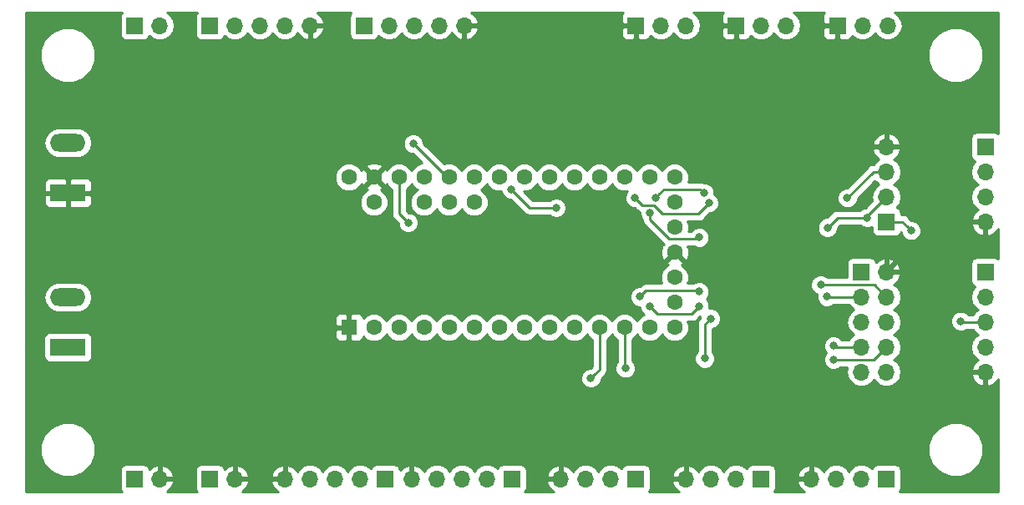
<source format=gbl>
G04 #@! TF.GenerationSoftware,KiCad,Pcbnew,5.0.0-rc2-unknown-2cb65f9~65~ubuntu17.10.1*
G04 #@! TF.CreationDate,2018-06-03T22:22:17-07:00*
G04 #@! TF.ProjectId,mcu_controller,6D63755F636F6E74726F6C6C65722E6B,rev?*
G04 #@! TF.SameCoordinates,Original*
G04 #@! TF.FileFunction,Copper,L2,Bot,Signal*
G04 #@! TF.FilePolarity,Positive*
%FSLAX46Y46*%
G04 Gerber Fmt 4.6, Leading zero omitted, Abs format (unit mm)*
G04 Created by KiCad (PCBNEW 5.0.0-rc2-unknown-2cb65f9~65~ubuntu17.10.1) date Sun Jun  3 22:22:17 2018*
%MOMM*%
%LPD*%
G01*
G04 APERTURE LIST*
G04 #@! TA.AperFunction,ComponentPad*
%ADD10R,1.700000X1.700000*%
G04 #@! TD*
G04 #@! TA.AperFunction,ComponentPad*
%ADD11O,1.700000X1.700000*%
G04 #@! TD*
G04 #@! TA.AperFunction,ComponentPad*
%ADD12R,3.600000X1.800000*%
G04 #@! TD*
G04 #@! TA.AperFunction,ComponentPad*
%ADD13O,3.600000X1.800000*%
G04 #@! TD*
G04 #@! TA.AperFunction,ComponentPad*
%ADD14R,1.600000X1.600000*%
G04 #@! TD*
G04 #@! TA.AperFunction,ComponentPad*
%ADD15C,1.600000*%
G04 #@! TD*
G04 #@! TA.AperFunction,ViaPad*
%ADD16C,0.800000*%
G04 #@! TD*
G04 #@! TA.AperFunction,Conductor*
%ADD17C,0.500000*%
G04 #@! TD*
G04 #@! TA.AperFunction,Conductor*
%ADD18C,0.250000*%
G04 #@! TD*
G04 #@! TA.AperFunction,Conductor*
%ADD19C,0.254000*%
G04 #@! TD*
G04 APERTURE END LIST*
D10*
G04 #@! TO.P,J20,1*
G04 #@! TO.N,/3V3*
X185420000Y-127000000D03*
D11*
G04 #@! TO.P,J20,2*
G04 #@! TO.N,GND*
X187960000Y-127000000D03*
G04 #@! TO.P,J20,3*
G04 #@! TO.N,/TX*
X185420000Y-129540000D03*
G04 #@! TO.P,J20,4*
G04 #@! TO.N,/RX*
X187960000Y-129540000D03*
G04 #@! TO.P,J20,5*
G04 #@! TO.N,/I2C_SCL*
X185420000Y-132080000D03*
G04 #@! TO.P,J20,6*
G04 #@! TO.N,/I2C_SDA*
X187960000Y-132080000D03*
G04 #@! TO.P,J20,7*
G04 #@! TO.N,/MISO*
X185420000Y-134620000D03*
G04 #@! TO.P,J20,8*
G04 #@! TO.N,/MOSI*
X187960000Y-134620000D03*
G04 #@! TO.P,J20,9*
G04 #@! TO.N,/SCK*
X185420000Y-137160000D03*
G04 #@! TO.P,J20,10*
G04 #@! TO.N,/RESET*
X187960000Y-137160000D03*
G04 #@! TD*
D12*
G04 #@! TO.P,J1,1*
G04 #@! TO.N,GND*
X105000000Y-119000000D03*
D13*
G04 #@! TO.P,J1,2*
G04 #@! TO.N,/BATT_IN*
X105000000Y-113920000D03*
G04 #@! TD*
D12*
G04 #@! TO.P,J2,1*
G04 #@! TO.N,Net-(J2-Pad1)*
X105000000Y-134620000D03*
D13*
G04 #@! TO.P,J2,2*
G04 #@! TO.N,Net-(J2-Pad2)*
X105000000Y-129540000D03*
G04 #@! TD*
D11*
G04 #@! TO.P,SW1,2*
G04 #@! TO.N,/BATT_SW*
X114300000Y-102000000D03*
D10*
G04 #@! TO.P,SW1,1*
G04 #@! TO.N,/BATT_IN*
X111760000Y-102000000D03*
G04 #@! TD*
D11*
G04 #@! TO.P,J16,2*
G04 #@! TO.N,GND*
X121920000Y-148000000D03*
D10*
G04 #@! TO.P,J16,1*
G04 #@! TO.N,/out1_en*
X119380000Y-148000000D03*
G04 #@! TD*
G04 #@! TO.P,J17,1*
G04 #@! TO.N,/out2_en*
X111760000Y-148000000D03*
D11*
G04 #@! TO.P,J17,2*
G04 #@! TO.N,GND*
X114300000Y-148000000D03*
G04 #@! TD*
D10*
G04 #@! TO.P,J4,1*
G04 #@! TO.N,GND*
X172720000Y-102000000D03*
D11*
G04 #@! TO.P,J4,2*
G04 #@! TO.N,/chrg2_i*
X175260000Y-102000000D03*
G04 #@! TO.P,J4,3*
G04 #@! TO.N,/chrg2_v*
X177800000Y-102000000D03*
G04 #@! TD*
G04 #@! TO.P,J5,3*
G04 #@! TO.N,/chrg3_v*
X167640000Y-102000000D03*
G04 #@! TO.P,J5,2*
G04 #@! TO.N,/chrg3_i*
X165100000Y-102000000D03*
D10*
G04 #@! TO.P,J5,1*
G04 #@! TO.N,GND*
X162560000Y-102000000D03*
G04 #@! TD*
G04 #@! TO.P,J3,1*
G04 #@! TO.N,GND*
X183000000Y-102000000D03*
D11*
G04 #@! TO.P,J3,2*
G04 #@! TO.N,/chrg1_i*
X185540000Y-102000000D03*
G04 #@! TO.P,J3,3*
G04 #@! TO.N,/chrg1_v*
X188080000Y-102000000D03*
G04 #@! TD*
D10*
G04 #@! TO.P,J12,1*
G04 #@! TO.N,/3V3*
X187960000Y-121920000D03*
D11*
G04 #@! TO.P,J12,2*
G04 #@! TO.N,/I2C_SCL*
X187960000Y-119380000D03*
G04 #@! TO.P,J12,3*
G04 #@! TO.N,/I2C_SDA*
X187960000Y-116840000D03*
G04 #@! TO.P,J12,4*
G04 #@! TO.N,GND*
X187960000Y-114300000D03*
G04 #@! TD*
G04 #@! TO.P,J19,4*
G04 #@! TO.N,GND*
X198000000Y-121920000D03*
G04 #@! TO.P,J19,3*
G04 #@! TO.N,/RX*
X198000000Y-119380000D03*
G04 #@! TO.P,J19,2*
G04 #@! TO.N,/TX*
X198000000Y-116840000D03*
D10*
G04 #@! TO.P,J19,1*
G04 #@! TO.N,/3V3*
X198000000Y-114300000D03*
G04 #@! TD*
G04 #@! TO.P,J15,1*
G04 #@! TO.N,/chrg3_en*
X162560000Y-148000000D03*
D11*
G04 #@! TO.P,J15,2*
G04 #@! TO.N,/trickle3_dis*
X160020000Y-148000000D03*
G04 #@! TO.P,J15,3*
G04 #@! TO.N,/mcu3_set*
X157480000Y-148000000D03*
G04 #@! TO.P,J15,4*
G04 #@! TO.N,GND*
X154940000Y-148000000D03*
G04 #@! TD*
G04 #@! TO.P,J14,4*
G04 #@! TO.N,GND*
X167640000Y-148000000D03*
G04 #@! TO.P,J14,3*
G04 #@! TO.N,/mcu2_set*
X170180000Y-148000000D03*
G04 #@! TO.P,J14,2*
G04 #@! TO.N,/trickle2_dis*
X172720000Y-148000000D03*
D10*
G04 #@! TO.P,J14,1*
G04 #@! TO.N,/chrg2_en*
X175260000Y-148000000D03*
G04 #@! TD*
G04 #@! TO.P,J13,1*
G04 #@! TO.N,/chrg1_en*
X187960000Y-148000000D03*
D11*
G04 #@! TO.P,J13,2*
G04 #@! TO.N,/trickle1_dis*
X185420000Y-148000000D03*
G04 #@! TO.P,J13,3*
G04 #@! TO.N,/mcu1_set*
X182880000Y-148000000D03*
G04 #@! TO.P,J13,4*
G04 #@! TO.N,GND*
X180340000Y-148000000D03*
G04 #@! TD*
D10*
G04 #@! TO.P,J11,1*
G04 #@! TO.N,/3V3*
X198000000Y-127000000D03*
D11*
G04 #@! TO.P,J11,2*
G04 #@! TO.N,/MOSI*
X198000000Y-129540000D03*
G04 #@! TO.P,J11,3*
G04 #@! TO.N,/MISO*
X198000000Y-132080000D03*
G04 #@! TO.P,J11,4*
G04 #@! TO.N,/SCK*
X198000000Y-134620000D03*
G04 #@! TO.P,J11,5*
G04 #@! TO.N,GND*
X198000000Y-137160000D03*
G04 #@! TD*
G04 #@! TO.P,J10,5*
G04 #@! TO.N,GND*
X127000000Y-148000000D03*
G04 #@! TO.P,J10,4*
G04 #@! TO.N,/out2_ch4_en*
X129540000Y-148000000D03*
G04 #@! TO.P,J10,3*
G04 #@! TO.N,/out2_ch3_en*
X132080000Y-148000000D03*
G04 #@! TO.P,J10,2*
G04 #@! TO.N,/out2_ch2_en*
X134620000Y-148000000D03*
D10*
G04 #@! TO.P,J10,1*
G04 #@! TO.N,/out2_ch1_en*
X137160000Y-148000000D03*
G04 #@! TD*
G04 #@! TO.P,J7,1*
G04 #@! TO.N,/out2_ch1_i*
X119380000Y-102000000D03*
D11*
G04 #@! TO.P,J7,2*
G04 #@! TO.N,/out2_ch2_i*
X121920000Y-102000000D03*
G04 #@! TO.P,J7,3*
G04 #@! TO.N,/out2_ch3_i*
X124460000Y-102000000D03*
G04 #@! TO.P,J7,4*
G04 #@! TO.N,/out2_ch4_i*
X127000000Y-102000000D03*
G04 #@! TO.P,J7,5*
G04 #@! TO.N,GND*
X129540000Y-102000000D03*
G04 #@! TD*
G04 #@! TO.P,J6,5*
G04 #@! TO.N,GND*
X145160000Y-102000000D03*
G04 #@! TO.P,J6,4*
G04 #@! TO.N,/out1_ch4_i*
X142620000Y-102000000D03*
G04 #@! TO.P,J6,3*
G04 #@! TO.N,/out1_ch3_i*
X140080000Y-102000000D03*
G04 #@! TO.P,J6,2*
G04 #@! TO.N,/out1_ch2_i*
X137540000Y-102000000D03*
D10*
G04 #@! TO.P,J6,1*
G04 #@! TO.N,/out1_ch1_i*
X135000000Y-102000000D03*
G04 #@! TD*
G04 #@! TO.P,J9,1*
G04 #@! TO.N,/out1_ch1_en*
X150000000Y-148000000D03*
D11*
G04 #@! TO.P,J9,2*
G04 #@! TO.N,/out1_ch2_en*
X147460000Y-148000000D03*
G04 #@! TO.P,J9,3*
G04 #@! TO.N,/out1_ch3_en*
X144920000Y-148000000D03*
G04 #@! TO.P,J9,4*
G04 #@! TO.N,/out1_ch4_en*
X142380000Y-148000000D03*
G04 #@! TO.P,J9,5*
G04 #@! TO.N,GND*
X139840000Y-148000000D03*
G04 #@! TD*
D14*
G04 #@! TO.P,U3,1*
G04 #@! TO.N,GND*
X133490000Y-132620000D03*
D15*
G04 #@! TO.P,U3,2*
G04 #@! TO.N,/RX*
X136030000Y-132620000D03*
G04 #@! TO.P,U3,3*
G04 #@! TO.N,/TX*
X138570000Y-132620000D03*
G04 #@! TO.P,U3,4*
G04 #@! TO.N,Net-(D3-Pad2)*
X141110000Y-132620000D03*
G04 #@! TO.P,U3,5*
G04 #@! TO.N,Net-(R42-Pad2)*
X143650000Y-132620000D03*
G04 #@! TO.P,U3,6*
G04 #@! TO.N,Net-(R39-Pad2)*
X146190000Y-132620000D03*
G04 #@! TO.P,U3,7*
G04 #@! TO.N,Net-(R41-Pad2)*
X148730000Y-132620000D03*
G04 #@! TO.P,U3,8*
G04 #@! TO.N,Net-(R38-Pad2)*
X151270000Y-132620000D03*
G04 #@! TO.P,U3,9*
G04 #@! TO.N,Net-(R40-Pad2)*
X153810000Y-132620000D03*
G04 #@! TO.P,U3,10*
G04 #@! TO.N,Net-(R37-Pad2)*
X156350000Y-132620000D03*
G04 #@! TO.P,U3,11*
G04 #@! TO.N,Net-(R47-Pad2)*
X158890000Y-132620000D03*
G04 #@! TO.P,U3,12*
G04 #@! TO.N,Net-(R46-Pad2)*
X161430000Y-132620000D03*
G04 #@! TO.P,U3,13*
G04 #@! TO.N,/MOSI*
X163970000Y-132620000D03*
G04 #@! TO.P,U3,37*
G04 #@! TO.N,Net-(R17-Pad1)*
X146190000Y-119920000D03*
G04 #@! TO.P,U3,36*
G04 #@! TO.N,Net-(R14-Pad1)*
X143650000Y-119920000D03*
G04 #@! TO.P,U3,35*
G04 #@! TO.N,Net-(D2-Pad1)*
X141110000Y-119920000D03*
G04 #@! TO.P,U3,34*
G04 #@! TO.N,Net-(U3-Pad34)*
X136030000Y-119920000D03*
G04 #@! TO.P,U3,33*
G04 #@! TO.N,+5V*
X133490000Y-117380000D03*
G04 #@! TO.P,U3,32*
G04 #@! TO.N,GND*
X136030000Y-117380000D03*
G04 #@! TO.P,U3,31*
G04 #@! TO.N,/3V3*
X138570000Y-117380000D03*
G04 #@! TO.P,U3,30*
G04 #@! TO.N,/A9*
X141110000Y-117380000D03*
G04 #@! TO.P,U3,29*
G04 #@! TO.N,/A8*
X143650000Y-117380000D03*
G04 #@! TO.P,U3,28*
G04 #@! TO.N,/A7*
X146190000Y-117380000D03*
G04 #@! TO.P,U3,27*
G04 #@! TO.N,/A6*
X148730000Y-117380000D03*
G04 #@! TO.P,U3,26*
G04 #@! TO.N,/A5*
X151270000Y-117380000D03*
G04 #@! TO.P,U3,25*
G04 #@! TO.N,/A4*
X153810000Y-117380000D03*
G04 #@! TO.P,U3,24*
G04 #@! TO.N,/A3*
X156350000Y-117380000D03*
G04 #@! TO.P,U3,23*
G04 #@! TO.N,/A2*
X158890000Y-117380000D03*
G04 #@! TO.P,U3,22*
G04 #@! TO.N,/A1*
X161430000Y-117380000D03*
G04 #@! TO.P,U3,21*
G04 #@! TO.N,/A0*
X163970000Y-117380000D03*
G04 #@! TO.P,U3,14*
G04 #@! TO.N,/MISO*
X166510000Y-132620000D03*
G04 #@! TO.P,U3,15*
G04 #@! TO.N,Net-(U3-Pad15)*
X166510000Y-130080000D03*
G04 #@! TO.P,U3,16*
G04 #@! TO.N,Net-(U3-Pad16)*
X166510000Y-127540000D03*
G04 #@! TO.P,U3,20*
G04 #@! TO.N,/SCK*
X166510000Y-117380000D03*
G04 #@! TO.P,U3,19*
G04 #@! TO.N,Net-(R45-Pad2)*
X166510000Y-119920000D03*
G04 #@! TO.P,U3,18*
G04 #@! TO.N,/RESET*
X166510000Y-122460000D03*
G04 #@! TO.P,U3,17*
G04 #@! TO.N,GND*
X166510000Y-125000000D03*
G04 #@! TD*
D16*
G04 #@! TO.N,GND*
X138000000Y-110500000D03*
X137500000Y-114000000D03*
X125000000Y-110500000D03*
X127000000Y-113500000D03*
X122500000Y-119000000D03*
X112500000Y-135500000D03*
X112500000Y-134000000D03*
X118500000Y-127500000D03*
X125500000Y-134000000D03*
X117000000Y-142000000D03*
X122000000Y-122000000D03*
X110500000Y-111500000D03*
G04 #@! TO.N,/MISO*
X182600000Y-134500000D03*
X195499992Y-132000000D03*
G04 #@! TO.N,/3V3*
X169500000Y-119000000D03*
X139500000Y-122000000D03*
X164548015Y-119451985D03*
X190460032Y-122800000D03*
G04 #@! TO.N,/MOSI*
X182600002Y-135900000D03*
G04 #@! TO.N,/A8*
X140000000Y-114000000D03*
G04 #@! TO.N,/TX*
X164000000Y-130500000D03*
X169000000Y-130500000D03*
X181919953Y-129500000D03*
G04 #@! TO.N,/RX*
X163000000Y-129500000D03*
X169000000Y-129000000D03*
X181300001Y-128300000D03*
G04 #@! TO.N,Net-(R45-Pad2)*
X170128373Y-131724979D03*
X169545270Y-135775021D03*
G04 #@! TO.N,Net-(R46-Pad2)*
X161499999Y-136775043D03*
G04 #@! TO.N,Net-(R47-Pad2)*
X157999999Y-137775063D03*
G04 #@! TO.N,/I2C_SDA*
X184000000Y-119500000D03*
X170000000Y-120000000D03*
X162500000Y-119500000D03*
G04 #@! TO.N,/I2C_SCL*
X186000000Y-121500000D03*
X154500000Y-120500000D03*
X164000000Y-121000000D03*
X169000000Y-123500000D03*
X182000000Y-122500000D03*
X149905001Y-118594999D03*
G04 #@! TD*
D17*
G04 #@! TO.N,GND*
X193040000Y-121920000D02*
X198000000Y-121920000D01*
X187960000Y-127000000D02*
X193040000Y-121920000D01*
D18*
G04 #@! TO.N,/MISO*
X182720000Y-134620000D02*
X182600000Y-134500000D01*
X185420000Y-134620000D02*
X182720000Y-134620000D01*
X198000000Y-132080000D02*
X195579992Y-132080000D01*
X195579992Y-132080000D02*
X195499992Y-132000000D01*
G04 #@! TO.N,/3V3*
X138570000Y-121070000D02*
X138570000Y-117380000D01*
X139500000Y-122000000D02*
X138570000Y-121070000D01*
X169500000Y-119000000D02*
X169100001Y-118600001D01*
X165399999Y-118600001D02*
X164948014Y-119051986D01*
X164948014Y-119051986D02*
X164548015Y-119451985D01*
X169100001Y-118600001D02*
X165399999Y-118600001D01*
X189580032Y-121920000D02*
X190060033Y-122400001D01*
X187960000Y-121920000D02*
X189580032Y-121920000D01*
X190060033Y-122400001D02*
X190460032Y-122800000D01*
G04 #@! TO.N,/MOSI*
X186680000Y-135900000D02*
X183165687Y-135900000D01*
X183165687Y-135900000D02*
X182600002Y-135900000D01*
X187960000Y-134620000D02*
X186680000Y-135900000D01*
G04 #@! TO.N,/A4*
X153810000Y-117810000D02*
X153810000Y-117380000D01*
G04 #@! TO.N,/A8*
X143380000Y-117380000D02*
X143650000Y-117380000D01*
X140000000Y-114000000D02*
X143380000Y-117380000D01*
G04 #@! TO.N,/TX*
X164755001Y-131255001D02*
X168244999Y-131255001D01*
X164000000Y-130500000D02*
X164755001Y-131255001D01*
X168244999Y-131255001D02*
X169000000Y-130500000D01*
X185000000Y-130000000D02*
X185460000Y-129540000D01*
X181959953Y-129540000D02*
X181919953Y-129500000D01*
X185420000Y-129540000D02*
X181959953Y-129540000D01*
G04 #@! TO.N,/RX*
X168904999Y-128904999D02*
X169000000Y-129000000D01*
X163000000Y-129500000D02*
X163595001Y-128904999D01*
X163595001Y-128904999D02*
X168904999Y-128904999D01*
X186720000Y-128300000D02*
X181865686Y-128300000D01*
X181865686Y-128300000D02*
X181300001Y-128300000D01*
X187960000Y-129540000D02*
X186720000Y-128300000D01*
G04 #@! TO.N,Net-(R45-Pad2)*
X169545270Y-132308082D02*
X169545270Y-135209336D01*
X170128373Y-131724979D02*
X169545270Y-132308082D01*
X169545270Y-135209336D02*
X169545270Y-135775021D01*
G04 #@! TO.N,Net-(R46-Pad2)*
X161430000Y-136705044D02*
X161499999Y-136775043D01*
X161430000Y-132620000D02*
X161430000Y-136705044D01*
G04 #@! TO.N,Net-(R47-Pad2)*
X158890000Y-132620000D02*
X158890000Y-136885062D01*
X158890000Y-136885062D02*
X158399998Y-137375064D01*
X158399998Y-137375064D02*
X157999999Y-137775063D01*
G04 #@! TO.N,/I2C_SDA*
X186660000Y-116840000D02*
X187960000Y-116840000D01*
X184000000Y-119500000D02*
X186660000Y-116840000D01*
X164372001Y-120224999D02*
X163224999Y-120224999D01*
X170000000Y-120000000D02*
X168904999Y-121095001D01*
X163224999Y-120224999D02*
X162899999Y-119899999D01*
X168904999Y-121095001D02*
X165242003Y-121095001D01*
X165242003Y-121095001D02*
X164372001Y-120224999D01*
X162899999Y-119899999D02*
X162500000Y-119500000D01*
G04 #@! TO.N,/I2C_SCL*
X187960000Y-119380000D02*
X186000000Y-121340000D01*
X186000000Y-121340000D02*
X186000000Y-121500000D01*
X165945999Y-123635001D02*
X168864999Y-123635001D01*
X164000000Y-121000000D02*
X164000000Y-121689002D01*
X164000000Y-121689002D02*
X165945999Y-123635001D01*
X168864999Y-123635001D02*
X169000000Y-123500000D01*
X183000000Y-121500000D02*
X186000000Y-121500000D01*
X182000000Y-122500000D02*
X183000000Y-121500000D01*
X154500000Y-120500000D02*
X151810002Y-120500000D01*
X151810002Y-120500000D02*
X149905001Y-118594999D01*
G04 #@! TD*
D19*
G04 #@! TO.N,GND*
G36*
X110311843Y-100902235D02*
X110262560Y-101150000D01*
X110262560Y-102850000D01*
X110311843Y-103097765D01*
X110452191Y-103307809D01*
X110662235Y-103448157D01*
X110910000Y-103497440D01*
X112610000Y-103497440D01*
X112857765Y-103448157D01*
X113067809Y-103307809D01*
X113208157Y-103097765D01*
X113217184Y-103052381D01*
X113229375Y-103070625D01*
X113720582Y-103398839D01*
X114153744Y-103485000D01*
X114446256Y-103485000D01*
X114879418Y-103398839D01*
X115370625Y-103070625D01*
X115698839Y-102579418D01*
X115814092Y-102000000D01*
X115698839Y-101420582D01*
X115370625Y-100929375D01*
X115042307Y-100710000D01*
X118060291Y-100710000D01*
X117931843Y-100902235D01*
X117882560Y-101150000D01*
X117882560Y-102850000D01*
X117931843Y-103097765D01*
X118072191Y-103307809D01*
X118282235Y-103448157D01*
X118530000Y-103497440D01*
X120230000Y-103497440D01*
X120477765Y-103448157D01*
X120687809Y-103307809D01*
X120828157Y-103097765D01*
X120837184Y-103052381D01*
X120849375Y-103070625D01*
X121340582Y-103398839D01*
X121773744Y-103485000D01*
X122066256Y-103485000D01*
X122499418Y-103398839D01*
X122990625Y-103070625D01*
X123190000Y-102772239D01*
X123389375Y-103070625D01*
X123880582Y-103398839D01*
X124313744Y-103485000D01*
X124606256Y-103485000D01*
X125039418Y-103398839D01*
X125530625Y-103070625D01*
X125730000Y-102772239D01*
X125929375Y-103070625D01*
X126420582Y-103398839D01*
X126853744Y-103485000D01*
X127146256Y-103485000D01*
X127579418Y-103398839D01*
X128070625Y-103070625D01*
X128283843Y-102751522D01*
X128344817Y-102881358D01*
X128773076Y-103271645D01*
X129183110Y-103441476D01*
X129413000Y-103320155D01*
X129413000Y-102127000D01*
X129667000Y-102127000D01*
X129667000Y-103320155D01*
X129896890Y-103441476D01*
X130306924Y-103271645D01*
X130735183Y-102881358D01*
X130981486Y-102356892D01*
X130860819Y-102127000D01*
X129667000Y-102127000D01*
X129413000Y-102127000D01*
X129393000Y-102127000D01*
X129393000Y-101873000D01*
X129413000Y-101873000D01*
X129413000Y-101853000D01*
X129667000Y-101853000D01*
X129667000Y-101873000D01*
X130860819Y-101873000D01*
X130981486Y-101643108D01*
X130735183Y-101118642D01*
X130306924Y-100728355D01*
X130262608Y-100710000D01*
X133680291Y-100710000D01*
X133551843Y-100902235D01*
X133502560Y-101150000D01*
X133502560Y-102850000D01*
X133551843Y-103097765D01*
X133692191Y-103307809D01*
X133902235Y-103448157D01*
X134150000Y-103497440D01*
X135850000Y-103497440D01*
X136097765Y-103448157D01*
X136307809Y-103307809D01*
X136448157Y-103097765D01*
X136457184Y-103052381D01*
X136469375Y-103070625D01*
X136960582Y-103398839D01*
X137393744Y-103485000D01*
X137686256Y-103485000D01*
X138119418Y-103398839D01*
X138610625Y-103070625D01*
X138810000Y-102772239D01*
X139009375Y-103070625D01*
X139500582Y-103398839D01*
X139933744Y-103485000D01*
X140226256Y-103485000D01*
X140659418Y-103398839D01*
X141150625Y-103070625D01*
X141350000Y-102772239D01*
X141549375Y-103070625D01*
X142040582Y-103398839D01*
X142473744Y-103485000D01*
X142766256Y-103485000D01*
X143199418Y-103398839D01*
X143690625Y-103070625D01*
X143903843Y-102751522D01*
X143964817Y-102881358D01*
X144393076Y-103271645D01*
X144803110Y-103441476D01*
X145033000Y-103320155D01*
X145033000Y-102127000D01*
X145287000Y-102127000D01*
X145287000Y-103320155D01*
X145516890Y-103441476D01*
X145926924Y-103271645D01*
X146355183Y-102881358D01*
X146601486Y-102356892D01*
X146564145Y-102285750D01*
X161075000Y-102285750D01*
X161075000Y-102976309D01*
X161171673Y-103209698D01*
X161350301Y-103388327D01*
X161583690Y-103485000D01*
X162274250Y-103485000D01*
X162433000Y-103326250D01*
X162433000Y-102127000D01*
X161233750Y-102127000D01*
X161075000Y-102285750D01*
X146564145Y-102285750D01*
X146480819Y-102127000D01*
X145287000Y-102127000D01*
X145033000Y-102127000D01*
X145013000Y-102127000D01*
X145013000Y-101873000D01*
X145033000Y-101873000D01*
X145033000Y-101853000D01*
X145287000Y-101853000D01*
X145287000Y-101873000D01*
X146480819Y-101873000D01*
X146601486Y-101643108D01*
X146355183Y-101118642D01*
X145926924Y-100728355D01*
X145882608Y-100710000D01*
X161251975Y-100710000D01*
X161171673Y-100790302D01*
X161075000Y-101023691D01*
X161075000Y-101714250D01*
X161233750Y-101873000D01*
X162433000Y-101873000D01*
X162433000Y-101853000D01*
X162687000Y-101853000D01*
X162687000Y-101873000D01*
X162707000Y-101873000D01*
X162707000Y-102127000D01*
X162687000Y-102127000D01*
X162687000Y-103326250D01*
X162845750Y-103485000D01*
X163536310Y-103485000D01*
X163769699Y-103388327D01*
X163948327Y-103209698D01*
X164014904Y-103048967D01*
X164029375Y-103070625D01*
X164520582Y-103398839D01*
X164953744Y-103485000D01*
X165246256Y-103485000D01*
X165679418Y-103398839D01*
X166170625Y-103070625D01*
X166370000Y-102772239D01*
X166569375Y-103070625D01*
X167060582Y-103398839D01*
X167493744Y-103485000D01*
X167786256Y-103485000D01*
X168219418Y-103398839D01*
X168710625Y-103070625D01*
X169038839Y-102579418D01*
X169097252Y-102285750D01*
X171235000Y-102285750D01*
X171235000Y-102976309D01*
X171331673Y-103209698D01*
X171510301Y-103388327D01*
X171743690Y-103485000D01*
X172434250Y-103485000D01*
X172593000Y-103326250D01*
X172593000Y-102127000D01*
X171393750Y-102127000D01*
X171235000Y-102285750D01*
X169097252Y-102285750D01*
X169154092Y-102000000D01*
X169038839Y-101420582D01*
X168710625Y-100929375D01*
X168382307Y-100710000D01*
X171411975Y-100710000D01*
X171331673Y-100790302D01*
X171235000Y-101023691D01*
X171235000Y-101714250D01*
X171393750Y-101873000D01*
X172593000Y-101873000D01*
X172593000Y-101853000D01*
X172847000Y-101853000D01*
X172847000Y-101873000D01*
X172867000Y-101873000D01*
X172867000Y-102127000D01*
X172847000Y-102127000D01*
X172847000Y-103326250D01*
X173005750Y-103485000D01*
X173696310Y-103485000D01*
X173929699Y-103388327D01*
X174108327Y-103209698D01*
X174174904Y-103048967D01*
X174189375Y-103070625D01*
X174680582Y-103398839D01*
X175113744Y-103485000D01*
X175406256Y-103485000D01*
X175839418Y-103398839D01*
X176330625Y-103070625D01*
X176530000Y-102772239D01*
X176729375Y-103070625D01*
X177220582Y-103398839D01*
X177653744Y-103485000D01*
X177946256Y-103485000D01*
X178379418Y-103398839D01*
X178870625Y-103070625D01*
X179198839Y-102579418D01*
X179257252Y-102285750D01*
X181515000Y-102285750D01*
X181515000Y-102976309D01*
X181611673Y-103209698D01*
X181790301Y-103388327D01*
X182023690Y-103485000D01*
X182714250Y-103485000D01*
X182873000Y-103326250D01*
X182873000Y-102127000D01*
X181673750Y-102127000D01*
X181515000Y-102285750D01*
X179257252Y-102285750D01*
X179314092Y-102000000D01*
X179198839Y-101420582D01*
X178870625Y-100929375D01*
X178542307Y-100710000D01*
X181691975Y-100710000D01*
X181611673Y-100790302D01*
X181515000Y-101023691D01*
X181515000Y-101714250D01*
X181673750Y-101873000D01*
X182873000Y-101873000D01*
X182873000Y-101853000D01*
X183127000Y-101853000D01*
X183127000Y-101873000D01*
X183147000Y-101873000D01*
X183147000Y-102127000D01*
X183127000Y-102127000D01*
X183127000Y-103326250D01*
X183285750Y-103485000D01*
X183976310Y-103485000D01*
X184209699Y-103388327D01*
X184388327Y-103209698D01*
X184454904Y-103048967D01*
X184469375Y-103070625D01*
X184960582Y-103398839D01*
X185393744Y-103485000D01*
X185686256Y-103485000D01*
X186119418Y-103398839D01*
X186610625Y-103070625D01*
X186810000Y-102772239D01*
X187009375Y-103070625D01*
X187500582Y-103398839D01*
X187933744Y-103485000D01*
X188226256Y-103485000D01*
X188659418Y-103398839D01*
X189150625Y-103070625D01*
X189478839Y-102579418D01*
X189594092Y-102000000D01*
X189478839Y-101420582D01*
X189150625Y-100929375D01*
X188822307Y-100710000D01*
X199290001Y-100710000D01*
X199290001Y-112980292D01*
X199097765Y-112851843D01*
X198850000Y-112802560D01*
X197150000Y-112802560D01*
X196902235Y-112851843D01*
X196692191Y-112992191D01*
X196551843Y-113202235D01*
X196502560Y-113450000D01*
X196502560Y-115150000D01*
X196551843Y-115397765D01*
X196692191Y-115607809D01*
X196902235Y-115748157D01*
X196947619Y-115757184D01*
X196929375Y-115769375D01*
X196601161Y-116260582D01*
X196485908Y-116840000D01*
X196601161Y-117419418D01*
X196929375Y-117910625D01*
X197227761Y-118110000D01*
X196929375Y-118309375D01*
X196601161Y-118800582D01*
X196485908Y-119380000D01*
X196601161Y-119959418D01*
X196929375Y-120450625D01*
X197248478Y-120663843D01*
X197118642Y-120724817D01*
X196728355Y-121153076D01*
X196558524Y-121563110D01*
X196679845Y-121793000D01*
X197873000Y-121793000D01*
X197873000Y-121773000D01*
X198127000Y-121773000D01*
X198127000Y-121793000D01*
X198147000Y-121793000D01*
X198147000Y-122047000D01*
X198127000Y-122047000D01*
X198127000Y-123240819D01*
X198356892Y-123361486D01*
X198881358Y-123115183D01*
X199271645Y-122686924D01*
X199290001Y-122642607D01*
X199290000Y-125680292D01*
X199097765Y-125551843D01*
X198850000Y-125502560D01*
X197150000Y-125502560D01*
X196902235Y-125551843D01*
X196692191Y-125692191D01*
X196551843Y-125902235D01*
X196502560Y-126150000D01*
X196502560Y-127850000D01*
X196551843Y-128097765D01*
X196692191Y-128307809D01*
X196902235Y-128448157D01*
X196947619Y-128457184D01*
X196929375Y-128469375D01*
X196601161Y-128960582D01*
X196485908Y-129540000D01*
X196601161Y-130119418D01*
X196929375Y-130610625D01*
X197227761Y-130810000D01*
X196929375Y-131009375D01*
X196721822Y-131320000D01*
X196283703Y-131320000D01*
X196086272Y-131122569D01*
X195705866Y-130965000D01*
X195294118Y-130965000D01*
X194913712Y-131122569D01*
X194622561Y-131413720D01*
X194464992Y-131794126D01*
X194464992Y-132205874D01*
X194622561Y-132586280D01*
X194913712Y-132877431D01*
X195294118Y-133035000D01*
X195705866Y-133035000D01*
X196086272Y-132877431D01*
X196123703Y-132840000D01*
X196721822Y-132840000D01*
X196929375Y-133150625D01*
X197227761Y-133350000D01*
X196929375Y-133549375D01*
X196601161Y-134040582D01*
X196485908Y-134620000D01*
X196601161Y-135199418D01*
X196929375Y-135690625D01*
X197248478Y-135903843D01*
X197118642Y-135964817D01*
X196728355Y-136393076D01*
X196558524Y-136803110D01*
X196679845Y-137033000D01*
X197873000Y-137033000D01*
X197873000Y-137013000D01*
X198127000Y-137013000D01*
X198127000Y-137033000D01*
X198147000Y-137033000D01*
X198147000Y-137287000D01*
X198127000Y-137287000D01*
X198127000Y-138480819D01*
X198356892Y-138601486D01*
X198881358Y-138355183D01*
X199271645Y-137926924D01*
X199290000Y-137882608D01*
X199290000Y-149290000D01*
X189279709Y-149290000D01*
X189408157Y-149097765D01*
X189457440Y-148850000D01*
X189457440Y-147150000D01*
X189408157Y-146902235D01*
X189267809Y-146692191D01*
X189057765Y-146551843D01*
X188810000Y-146502560D01*
X187110000Y-146502560D01*
X186862235Y-146551843D01*
X186652191Y-146692191D01*
X186511843Y-146902235D01*
X186502816Y-146947619D01*
X186490625Y-146929375D01*
X185999418Y-146601161D01*
X185566256Y-146515000D01*
X185273744Y-146515000D01*
X184840582Y-146601161D01*
X184349375Y-146929375D01*
X184150000Y-147227761D01*
X183950625Y-146929375D01*
X183459418Y-146601161D01*
X183026256Y-146515000D01*
X182733744Y-146515000D01*
X182300582Y-146601161D01*
X181809375Y-146929375D01*
X181596157Y-147248478D01*
X181535183Y-147118642D01*
X181106924Y-146728355D01*
X180696890Y-146558524D01*
X180467000Y-146679845D01*
X180467000Y-147873000D01*
X180487000Y-147873000D01*
X180487000Y-148127000D01*
X180467000Y-148127000D01*
X180467000Y-148147000D01*
X180213000Y-148147000D01*
X180213000Y-148127000D01*
X179019181Y-148127000D01*
X178898514Y-148356892D01*
X179144817Y-148881358D01*
X179573076Y-149271645D01*
X179617392Y-149290000D01*
X176579709Y-149290000D01*
X176708157Y-149097765D01*
X176757440Y-148850000D01*
X176757440Y-147643108D01*
X178898514Y-147643108D01*
X179019181Y-147873000D01*
X180213000Y-147873000D01*
X180213000Y-146679845D01*
X179983110Y-146558524D01*
X179573076Y-146728355D01*
X179144817Y-147118642D01*
X178898514Y-147643108D01*
X176757440Y-147643108D01*
X176757440Y-147150000D01*
X176708157Y-146902235D01*
X176567809Y-146692191D01*
X176357765Y-146551843D01*
X176110000Y-146502560D01*
X174410000Y-146502560D01*
X174162235Y-146551843D01*
X173952191Y-146692191D01*
X173811843Y-146902235D01*
X173802816Y-146947619D01*
X173790625Y-146929375D01*
X173299418Y-146601161D01*
X172866256Y-146515000D01*
X172573744Y-146515000D01*
X172140582Y-146601161D01*
X171649375Y-146929375D01*
X171450000Y-147227761D01*
X171250625Y-146929375D01*
X170759418Y-146601161D01*
X170326256Y-146515000D01*
X170033744Y-146515000D01*
X169600582Y-146601161D01*
X169109375Y-146929375D01*
X168896157Y-147248478D01*
X168835183Y-147118642D01*
X168406924Y-146728355D01*
X167996890Y-146558524D01*
X167767000Y-146679845D01*
X167767000Y-147873000D01*
X167787000Y-147873000D01*
X167787000Y-148127000D01*
X167767000Y-148127000D01*
X167767000Y-148147000D01*
X167513000Y-148147000D01*
X167513000Y-148127000D01*
X166319181Y-148127000D01*
X166198514Y-148356892D01*
X166444817Y-148881358D01*
X166873076Y-149271645D01*
X166917392Y-149290000D01*
X163879709Y-149290000D01*
X164008157Y-149097765D01*
X164057440Y-148850000D01*
X164057440Y-147643108D01*
X166198514Y-147643108D01*
X166319181Y-147873000D01*
X167513000Y-147873000D01*
X167513000Y-146679845D01*
X167283110Y-146558524D01*
X166873076Y-146728355D01*
X166444817Y-147118642D01*
X166198514Y-147643108D01*
X164057440Y-147643108D01*
X164057440Y-147150000D01*
X164008157Y-146902235D01*
X163867809Y-146692191D01*
X163657765Y-146551843D01*
X163410000Y-146502560D01*
X161710000Y-146502560D01*
X161462235Y-146551843D01*
X161252191Y-146692191D01*
X161111843Y-146902235D01*
X161102816Y-146947619D01*
X161090625Y-146929375D01*
X160599418Y-146601161D01*
X160166256Y-146515000D01*
X159873744Y-146515000D01*
X159440582Y-146601161D01*
X158949375Y-146929375D01*
X158750000Y-147227761D01*
X158550625Y-146929375D01*
X158059418Y-146601161D01*
X157626256Y-146515000D01*
X157333744Y-146515000D01*
X156900582Y-146601161D01*
X156409375Y-146929375D01*
X156196157Y-147248478D01*
X156135183Y-147118642D01*
X155706924Y-146728355D01*
X155296890Y-146558524D01*
X155067000Y-146679845D01*
X155067000Y-147873000D01*
X155087000Y-147873000D01*
X155087000Y-148127000D01*
X155067000Y-148127000D01*
X155067000Y-148147000D01*
X154813000Y-148147000D01*
X154813000Y-148127000D01*
X153619181Y-148127000D01*
X153498514Y-148356892D01*
X153744817Y-148881358D01*
X154173076Y-149271645D01*
X154217392Y-149290000D01*
X151319709Y-149290000D01*
X151448157Y-149097765D01*
X151497440Y-148850000D01*
X151497440Y-147643108D01*
X153498514Y-147643108D01*
X153619181Y-147873000D01*
X154813000Y-147873000D01*
X154813000Y-146679845D01*
X154583110Y-146558524D01*
X154173076Y-146728355D01*
X153744817Y-147118642D01*
X153498514Y-147643108D01*
X151497440Y-147643108D01*
X151497440Y-147150000D01*
X151448157Y-146902235D01*
X151307809Y-146692191D01*
X151097765Y-146551843D01*
X150850000Y-146502560D01*
X149150000Y-146502560D01*
X148902235Y-146551843D01*
X148692191Y-146692191D01*
X148551843Y-146902235D01*
X148542816Y-146947619D01*
X148530625Y-146929375D01*
X148039418Y-146601161D01*
X147606256Y-146515000D01*
X147313744Y-146515000D01*
X146880582Y-146601161D01*
X146389375Y-146929375D01*
X146190000Y-147227761D01*
X145990625Y-146929375D01*
X145499418Y-146601161D01*
X145066256Y-146515000D01*
X144773744Y-146515000D01*
X144340582Y-146601161D01*
X143849375Y-146929375D01*
X143650000Y-147227761D01*
X143450625Y-146929375D01*
X142959418Y-146601161D01*
X142526256Y-146515000D01*
X142233744Y-146515000D01*
X141800582Y-146601161D01*
X141309375Y-146929375D01*
X141096157Y-147248478D01*
X141035183Y-147118642D01*
X140606924Y-146728355D01*
X140196890Y-146558524D01*
X139967000Y-146679845D01*
X139967000Y-147873000D01*
X139987000Y-147873000D01*
X139987000Y-148127000D01*
X139967000Y-148127000D01*
X139967000Y-148147000D01*
X139713000Y-148147000D01*
X139713000Y-148127000D01*
X139693000Y-148127000D01*
X139693000Y-147873000D01*
X139713000Y-147873000D01*
X139713000Y-146679845D01*
X139483110Y-146558524D01*
X139073076Y-146728355D01*
X138650223Y-147113716D01*
X138608157Y-146902235D01*
X138467809Y-146692191D01*
X138257765Y-146551843D01*
X138010000Y-146502560D01*
X136310000Y-146502560D01*
X136062235Y-146551843D01*
X135852191Y-146692191D01*
X135711843Y-146902235D01*
X135702816Y-146947619D01*
X135690625Y-146929375D01*
X135199418Y-146601161D01*
X134766256Y-146515000D01*
X134473744Y-146515000D01*
X134040582Y-146601161D01*
X133549375Y-146929375D01*
X133350000Y-147227761D01*
X133150625Y-146929375D01*
X132659418Y-146601161D01*
X132226256Y-146515000D01*
X131933744Y-146515000D01*
X131500582Y-146601161D01*
X131009375Y-146929375D01*
X130810000Y-147227761D01*
X130610625Y-146929375D01*
X130119418Y-146601161D01*
X129686256Y-146515000D01*
X129393744Y-146515000D01*
X128960582Y-146601161D01*
X128469375Y-146929375D01*
X128256157Y-147248478D01*
X128195183Y-147118642D01*
X127766924Y-146728355D01*
X127356890Y-146558524D01*
X127127000Y-146679845D01*
X127127000Y-147873000D01*
X127147000Y-147873000D01*
X127147000Y-148127000D01*
X127127000Y-148127000D01*
X127127000Y-148147000D01*
X126873000Y-148147000D01*
X126873000Y-148127000D01*
X125679181Y-148127000D01*
X125558514Y-148356892D01*
X125804817Y-148881358D01*
X126233076Y-149271645D01*
X126277392Y-149290000D01*
X122642608Y-149290000D01*
X122686924Y-149271645D01*
X123115183Y-148881358D01*
X123361486Y-148356892D01*
X123240819Y-148127000D01*
X122047000Y-148127000D01*
X122047000Y-148147000D01*
X121793000Y-148147000D01*
X121793000Y-148127000D01*
X121773000Y-148127000D01*
X121773000Y-147873000D01*
X121793000Y-147873000D01*
X121793000Y-146679845D01*
X122047000Y-146679845D01*
X122047000Y-147873000D01*
X123240819Y-147873000D01*
X123361486Y-147643108D01*
X125558514Y-147643108D01*
X125679181Y-147873000D01*
X126873000Y-147873000D01*
X126873000Y-146679845D01*
X126643110Y-146558524D01*
X126233076Y-146728355D01*
X125804817Y-147118642D01*
X125558514Y-147643108D01*
X123361486Y-147643108D01*
X123115183Y-147118642D01*
X122686924Y-146728355D01*
X122276890Y-146558524D01*
X122047000Y-146679845D01*
X121793000Y-146679845D01*
X121563110Y-146558524D01*
X121153076Y-146728355D01*
X120848739Y-147005708D01*
X120828157Y-146902235D01*
X120687809Y-146692191D01*
X120477765Y-146551843D01*
X120230000Y-146502560D01*
X118530000Y-146502560D01*
X118282235Y-146551843D01*
X118072191Y-146692191D01*
X117931843Y-146902235D01*
X117882560Y-147150000D01*
X117882560Y-148850000D01*
X117931843Y-149097765D01*
X118060291Y-149290000D01*
X115022608Y-149290000D01*
X115066924Y-149271645D01*
X115495183Y-148881358D01*
X115741486Y-148356892D01*
X115620819Y-148127000D01*
X114427000Y-148127000D01*
X114427000Y-148147000D01*
X114173000Y-148147000D01*
X114173000Y-148127000D01*
X114153000Y-148127000D01*
X114153000Y-147873000D01*
X114173000Y-147873000D01*
X114173000Y-146679845D01*
X114427000Y-146679845D01*
X114427000Y-147873000D01*
X115620819Y-147873000D01*
X115741486Y-147643108D01*
X115495183Y-147118642D01*
X115066924Y-146728355D01*
X114656890Y-146558524D01*
X114427000Y-146679845D01*
X114173000Y-146679845D01*
X113943110Y-146558524D01*
X113533076Y-146728355D01*
X113228739Y-147005708D01*
X113208157Y-146902235D01*
X113067809Y-146692191D01*
X112857765Y-146551843D01*
X112610000Y-146502560D01*
X110910000Y-146502560D01*
X110662235Y-146551843D01*
X110452191Y-146692191D01*
X110311843Y-146902235D01*
X110262560Y-147150000D01*
X110262560Y-148850000D01*
X110311843Y-149097765D01*
X110440291Y-149290000D01*
X100710000Y-149290000D01*
X100710000Y-144446029D01*
X102215000Y-144446029D01*
X102215000Y-145553971D01*
X102638991Y-146577576D01*
X103422424Y-147361009D01*
X104446029Y-147785000D01*
X105553971Y-147785000D01*
X106577576Y-147361009D01*
X107361009Y-146577576D01*
X107785000Y-145553971D01*
X107785000Y-144446029D01*
X192215000Y-144446029D01*
X192215000Y-145553971D01*
X192638991Y-146577576D01*
X193422424Y-147361009D01*
X194446029Y-147785000D01*
X195553971Y-147785000D01*
X196577576Y-147361009D01*
X197361009Y-146577576D01*
X197785000Y-145553971D01*
X197785000Y-144446029D01*
X197361009Y-143422424D01*
X196577576Y-142638991D01*
X195553971Y-142215000D01*
X194446029Y-142215000D01*
X193422424Y-142638991D01*
X192638991Y-143422424D01*
X192215000Y-144446029D01*
X107785000Y-144446029D01*
X107361009Y-143422424D01*
X106577576Y-142638991D01*
X105553971Y-142215000D01*
X104446029Y-142215000D01*
X103422424Y-142638991D01*
X102638991Y-143422424D01*
X102215000Y-144446029D01*
X100710000Y-144446029D01*
X100710000Y-133720000D01*
X102552560Y-133720000D01*
X102552560Y-135520000D01*
X102601843Y-135767765D01*
X102742191Y-135977809D01*
X102952235Y-136118157D01*
X103200000Y-136167440D01*
X106800000Y-136167440D01*
X107047765Y-136118157D01*
X107257809Y-135977809D01*
X107398157Y-135767765D01*
X107447440Y-135520000D01*
X107447440Y-133720000D01*
X107398157Y-133472235D01*
X107257809Y-133262191D01*
X107047765Y-133121843D01*
X106800000Y-133072560D01*
X103200000Y-133072560D01*
X102952235Y-133121843D01*
X102742191Y-133262191D01*
X102601843Y-133472235D01*
X102552560Y-133720000D01*
X100710000Y-133720000D01*
X100710000Y-132905750D01*
X132055000Y-132905750D01*
X132055000Y-133546310D01*
X132151673Y-133779699D01*
X132330302Y-133958327D01*
X132563691Y-134055000D01*
X133204250Y-134055000D01*
X133363000Y-133896250D01*
X133363000Y-132747000D01*
X132213750Y-132747000D01*
X132055000Y-132905750D01*
X100710000Y-132905750D01*
X100710000Y-131693690D01*
X132055000Y-131693690D01*
X132055000Y-132334250D01*
X132213750Y-132493000D01*
X133363000Y-132493000D01*
X133363000Y-131343750D01*
X133617000Y-131343750D01*
X133617000Y-132493000D01*
X133637000Y-132493000D01*
X133637000Y-132747000D01*
X133617000Y-132747000D01*
X133617000Y-133896250D01*
X133775750Y-134055000D01*
X134416309Y-134055000D01*
X134649698Y-133958327D01*
X134828327Y-133779699D01*
X134925000Y-133546310D01*
X134925000Y-133544396D01*
X135217138Y-133836534D01*
X135744561Y-134055000D01*
X136315439Y-134055000D01*
X136842862Y-133836534D01*
X137246534Y-133432862D01*
X137300000Y-133303784D01*
X137353466Y-133432862D01*
X137757138Y-133836534D01*
X138284561Y-134055000D01*
X138855439Y-134055000D01*
X139382862Y-133836534D01*
X139786534Y-133432862D01*
X139840000Y-133303784D01*
X139893466Y-133432862D01*
X140297138Y-133836534D01*
X140824561Y-134055000D01*
X141395439Y-134055000D01*
X141922862Y-133836534D01*
X142326534Y-133432862D01*
X142380000Y-133303784D01*
X142433466Y-133432862D01*
X142837138Y-133836534D01*
X143364561Y-134055000D01*
X143935439Y-134055000D01*
X144462862Y-133836534D01*
X144866534Y-133432862D01*
X144920000Y-133303784D01*
X144973466Y-133432862D01*
X145377138Y-133836534D01*
X145904561Y-134055000D01*
X146475439Y-134055000D01*
X147002862Y-133836534D01*
X147406534Y-133432862D01*
X147460000Y-133303784D01*
X147513466Y-133432862D01*
X147917138Y-133836534D01*
X148444561Y-134055000D01*
X149015439Y-134055000D01*
X149542862Y-133836534D01*
X149946534Y-133432862D01*
X150000000Y-133303784D01*
X150053466Y-133432862D01*
X150457138Y-133836534D01*
X150984561Y-134055000D01*
X151555439Y-134055000D01*
X152082862Y-133836534D01*
X152486534Y-133432862D01*
X152540000Y-133303784D01*
X152593466Y-133432862D01*
X152997138Y-133836534D01*
X153524561Y-134055000D01*
X154095439Y-134055000D01*
X154622862Y-133836534D01*
X155026534Y-133432862D01*
X155080000Y-133303784D01*
X155133466Y-133432862D01*
X155537138Y-133836534D01*
X156064561Y-134055000D01*
X156635439Y-134055000D01*
X157162862Y-133836534D01*
X157566534Y-133432862D01*
X157620000Y-133303784D01*
X157673466Y-133432862D01*
X158077138Y-133836534D01*
X158130000Y-133858430D01*
X158130001Y-136570259D01*
X157960197Y-136740063D01*
X157794125Y-136740063D01*
X157413719Y-136897632D01*
X157122568Y-137188783D01*
X156964999Y-137569189D01*
X156964999Y-137980937D01*
X157122568Y-138361343D01*
X157413719Y-138652494D01*
X157794125Y-138810063D01*
X158205873Y-138810063D01*
X158586279Y-138652494D01*
X158877430Y-138361343D01*
X159034999Y-137980937D01*
X159034999Y-137814865D01*
X159374475Y-137475390D01*
X159437929Y-137432991D01*
X159480327Y-137369538D01*
X159480329Y-137369536D01*
X159605903Y-137181600D01*
X159605904Y-137181599D01*
X159650000Y-136959914D01*
X159650000Y-136959910D01*
X159664888Y-136885063D01*
X159650000Y-136810216D01*
X159650000Y-133858430D01*
X159702862Y-133836534D01*
X160106534Y-133432862D01*
X160160000Y-133303784D01*
X160213466Y-133432862D01*
X160617138Y-133836534D01*
X160670000Y-133858430D01*
X160670001Y-136141330D01*
X160622568Y-136188763D01*
X160464999Y-136569169D01*
X160464999Y-136980917D01*
X160622568Y-137361323D01*
X160913719Y-137652474D01*
X161294125Y-137810043D01*
X161705873Y-137810043D01*
X162086279Y-137652474D01*
X162377430Y-137361323D01*
X162534999Y-136980917D01*
X162534999Y-136569169D01*
X162377430Y-136188763D01*
X162190000Y-136001333D01*
X162190000Y-133858430D01*
X162242862Y-133836534D01*
X162646534Y-133432862D01*
X162700000Y-133303784D01*
X162753466Y-133432862D01*
X163157138Y-133836534D01*
X163684561Y-134055000D01*
X164255439Y-134055000D01*
X164782862Y-133836534D01*
X165186534Y-133432862D01*
X165240000Y-133303784D01*
X165293466Y-133432862D01*
X165697138Y-133836534D01*
X166224561Y-134055000D01*
X166795439Y-134055000D01*
X167322862Y-133836534D01*
X167726534Y-133432862D01*
X167945000Y-132905439D01*
X167945000Y-132334561D01*
X167812634Y-132015001D01*
X168170152Y-132015001D01*
X168244999Y-132029889D01*
X168319846Y-132015001D01*
X168319851Y-132015001D01*
X168541536Y-131970905D01*
X168792928Y-131802930D01*
X168835330Y-131739471D01*
X169039801Y-131535000D01*
X169093373Y-131535000D01*
X169093373Y-131685178D01*
X169060800Y-131717751D01*
X168997341Y-131760153D01*
X168829366Y-132011546D01*
X168785270Y-132233231D01*
X168785270Y-132233235D01*
X168770382Y-132308082D01*
X168785270Y-132382929D01*
X168785271Y-135071309D01*
X168667839Y-135188741D01*
X168510270Y-135569147D01*
X168510270Y-135980895D01*
X168667839Y-136361301D01*
X168958990Y-136652452D01*
X169339396Y-136810021D01*
X169751144Y-136810021D01*
X170131550Y-136652452D01*
X170422701Y-136361301D01*
X170580270Y-135980895D01*
X170580270Y-135569147D01*
X170422701Y-135188741D01*
X170305270Y-135071310D01*
X170305270Y-132759979D01*
X170334247Y-132759979D01*
X170714653Y-132602410D01*
X171005804Y-132311259D01*
X171163373Y-131930853D01*
X171163373Y-131519105D01*
X171005804Y-131138699D01*
X170714653Y-130847548D01*
X170334247Y-130689979D01*
X170035000Y-130689979D01*
X170035000Y-130294126D01*
X169877431Y-129913720D01*
X169713711Y-129750000D01*
X169877431Y-129586280D01*
X170035000Y-129205874D01*
X170035000Y-128794126D01*
X169877431Y-128413720D01*
X169586280Y-128122569D01*
X169517613Y-128094126D01*
X180265001Y-128094126D01*
X180265001Y-128505874D01*
X180422570Y-128886280D01*
X180713721Y-129177431D01*
X180901135Y-129255060D01*
X180884953Y-129294126D01*
X180884953Y-129705874D01*
X181042522Y-130086280D01*
X181333673Y-130377431D01*
X181714079Y-130535000D01*
X182125827Y-130535000D01*
X182506233Y-130377431D01*
X182583664Y-130300000D01*
X184141822Y-130300000D01*
X184349375Y-130610625D01*
X184647761Y-130810000D01*
X184349375Y-131009375D01*
X184021161Y-131500582D01*
X183905908Y-132080000D01*
X184021161Y-132659418D01*
X184349375Y-133150625D01*
X184647761Y-133350000D01*
X184349375Y-133549375D01*
X184141822Y-133860000D01*
X183423711Y-133860000D01*
X183186280Y-133622569D01*
X182805874Y-133465000D01*
X182394126Y-133465000D01*
X182013720Y-133622569D01*
X181722569Y-133913720D01*
X181565000Y-134294126D01*
X181565000Y-134705874D01*
X181722569Y-135086280D01*
X181836290Y-135200001D01*
X181722571Y-135313720D01*
X181565002Y-135694126D01*
X181565002Y-136105874D01*
X181722571Y-136486280D01*
X182013722Y-136777431D01*
X182394128Y-136935000D01*
X182805876Y-136935000D01*
X183186282Y-136777431D01*
X183303713Y-136660000D01*
X184005364Y-136660000D01*
X183905908Y-137160000D01*
X184021161Y-137739418D01*
X184349375Y-138230625D01*
X184840582Y-138558839D01*
X185273744Y-138645000D01*
X185566256Y-138645000D01*
X185999418Y-138558839D01*
X186490625Y-138230625D01*
X186690000Y-137932239D01*
X186889375Y-138230625D01*
X187380582Y-138558839D01*
X187813744Y-138645000D01*
X188106256Y-138645000D01*
X188539418Y-138558839D01*
X189030625Y-138230625D01*
X189358839Y-137739418D01*
X189403102Y-137516890D01*
X196558524Y-137516890D01*
X196728355Y-137926924D01*
X197118642Y-138355183D01*
X197643108Y-138601486D01*
X197873000Y-138480819D01*
X197873000Y-137287000D01*
X196679845Y-137287000D01*
X196558524Y-137516890D01*
X189403102Y-137516890D01*
X189474092Y-137160000D01*
X189358839Y-136580582D01*
X189030625Y-136089375D01*
X188732239Y-135890000D01*
X189030625Y-135690625D01*
X189358839Y-135199418D01*
X189474092Y-134620000D01*
X189358839Y-134040582D01*
X189030625Y-133549375D01*
X188732239Y-133350000D01*
X189030625Y-133150625D01*
X189358839Y-132659418D01*
X189474092Y-132080000D01*
X189358839Y-131500582D01*
X189030625Y-131009375D01*
X188732239Y-130810000D01*
X189030625Y-130610625D01*
X189358839Y-130119418D01*
X189474092Y-129540000D01*
X189358839Y-128960582D01*
X189030625Y-128469375D01*
X188711522Y-128256157D01*
X188841358Y-128195183D01*
X189231645Y-127766924D01*
X189401476Y-127356890D01*
X189280155Y-127127000D01*
X188087000Y-127127000D01*
X188087000Y-127147000D01*
X187833000Y-127147000D01*
X187833000Y-127127000D01*
X187813000Y-127127000D01*
X187813000Y-126873000D01*
X187833000Y-126873000D01*
X187833000Y-125679181D01*
X188087000Y-125679181D01*
X188087000Y-126873000D01*
X189280155Y-126873000D01*
X189401476Y-126643110D01*
X189231645Y-126233076D01*
X188841358Y-125804817D01*
X188316892Y-125558514D01*
X188087000Y-125679181D01*
X187833000Y-125679181D01*
X187603108Y-125558514D01*
X187078642Y-125804817D01*
X186889961Y-126011855D01*
X186868157Y-125902235D01*
X186727809Y-125692191D01*
X186517765Y-125551843D01*
X186270000Y-125502560D01*
X184570000Y-125502560D01*
X184322235Y-125551843D01*
X184112191Y-125692191D01*
X183971843Y-125902235D01*
X183922560Y-126150000D01*
X183922560Y-127540000D01*
X182003712Y-127540000D01*
X181886281Y-127422569D01*
X181505875Y-127265000D01*
X181094127Y-127265000D01*
X180713721Y-127422569D01*
X180422570Y-127713720D01*
X180265001Y-128094126D01*
X169517613Y-128094126D01*
X169205874Y-127965000D01*
X168794126Y-127965000D01*
X168413720Y-128122569D01*
X168391290Y-128144999D01*
X167812634Y-128144999D01*
X167945000Y-127825439D01*
X167945000Y-127254561D01*
X167726534Y-126727138D01*
X167322862Y-126323466D01*
X167209417Y-126276475D01*
X167264005Y-126253864D01*
X167338139Y-126007745D01*
X166510000Y-125179605D01*
X165681861Y-126007745D01*
X165755995Y-126253864D01*
X165814448Y-126274874D01*
X165697138Y-126323466D01*
X165293466Y-126727138D01*
X165075000Y-127254561D01*
X165075000Y-127825439D01*
X165207366Y-128144999D01*
X163669847Y-128144999D01*
X163595000Y-128130111D01*
X163520153Y-128144999D01*
X163520149Y-128144999D01*
X163298464Y-128189095D01*
X163298462Y-128189096D01*
X163298463Y-128189096D01*
X163110527Y-128314670D01*
X163110525Y-128314672D01*
X163047072Y-128357070D01*
X163004673Y-128420524D01*
X162960197Y-128465000D01*
X162794126Y-128465000D01*
X162413720Y-128622569D01*
X162122569Y-128913720D01*
X161965000Y-129294126D01*
X161965000Y-129705874D01*
X162122569Y-130086280D01*
X162413720Y-130377431D01*
X162794126Y-130535000D01*
X162965000Y-130535000D01*
X162965000Y-130705874D01*
X163122569Y-131086280D01*
X163356978Y-131320689D01*
X163157138Y-131403466D01*
X162753466Y-131807138D01*
X162700000Y-131936216D01*
X162646534Y-131807138D01*
X162242862Y-131403466D01*
X161715439Y-131185000D01*
X161144561Y-131185000D01*
X160617138Y-131403466D01*
X160213466Y-131807138D01*
X160160000Y-131936216D01*
X160106534Y-131807138D01*
X159702862Y-131403466D01*
X159175439Y-131185000D01*
X158604561Y-131185000D01*
X158077138Y-131403466D01*
X157673466Y-131807138D01*
X157620000Y-131936216D01*
X157566534Y-131807138D01*
X157162862Y-131403466D01*
X156635439Y-131185000D01*
X156064561Y-131185000D01*
X155537138Y-131403466D01*
X155133466Y-131807138D01*
X155080000Y-131936216D01*
X155026534Y-131807138D01*
X154622862Y-131403466D01*
X154095439Y-131185000D01*
X153524561Y-131185000D01*
X152997138Y-131403466D01*
X152593466Y-131807138D01*
X152540000Y-131936216D01*
X152486534Y-131807138D01*
X152082862Y-131403466D01*
X151555439Y-131185000D01*
X150984561Y-131185000D01*
X150457138Y-131403466D01*
X150053466Y-131807138D01*
X150000000Y-131936216D01*
X149946534Y-131807138D01*
X149542862Y-131403466D01*
X149015439Y-131185000D01*
X148444561Y-131185000D01*
X147917138Y-131403466D01*
X147513466Y-131807138D01*
X147460000Y-131936216D01*
X147406534Y-131807138D01*
X147002862Y-131403466D01*
X146475439Y-131185000D01*
X145904561Y-131185000D01*
X145377138Y-131403466D01*
X144973466Y-131807138D01*
X144920000Y-131936216D01*
X144866534Y-131807138D01*
X144462862Y-131403466D01*
X143935439Y-131185000D01*
X143364561Y-131185000D01*
X142837138Y-131403466D01*
X142433466Y-131807138D01*
X142380000Y-131936216D01*
X142326534Y-131807138D01*
X141922862Y-131403466D01*
X141395439Y-131185000D01*
X140824561Y-131185000D01*
X140297138Y-131403466D01*
X139893466Y-131807138D01*
X139840000Y-131936216D01*
X139786534Y-131807138D01*
X139382862Y-131403466D01*
X138855439Y-131185000D01*
X138284561Y-131185000D01*
X137757138Y-131403466D01*
X137353466Y-131807138D01*
X137300000Y-131936216D01*
X137246534Y-131807138D01*
X136842862Y-131403466D01*
X136315439Y-131185000D01*
X135744561Y-131185000D01*
X135217138Y-131403466D01*
X134925000Y-131695604D01*
X134925000Y-131693690D01*
X134828327Y-131460301D01*
X134649698Y-131281673D01*
X134416309Y-131185000D01*
X133775750Y-131185000D01*
X133617000Y-131343750D01*
X133363000Y-131343750D01*
X133204250Y-131185000D01*
X132563691Y-131185000D01*
X132330302Y-131281673D01*
X132151673Y-131460301D01*
X132055000Y-131693690D01*
X100710000Y-131693690D01*
X100710000Y-129540000D01*
X102534928Y-129540000D01*
X102654062Y-130138927D01*
X102993327Y-130646673D01*
X103501073Y-130985938D01*
X103948818Y-131075000D01*
X106051182Y-131075000D01*
X106498927Y-130985938D01*
X107006673Y-130646673D01*
X107345938Y-130138927D01*
X107465072Y-129540000D01*
X107345938Y-128941073D01*
X107006673Y-128433327D01*
X106498927Y-128094062D01*
X106051182Y-128005000D01*
X103948818Y-128005000D01*
X103501073Y-128094062D01*
X102993327Y-128433327D01*
X102654062Y-128941073D01*
X102534928Y-129540000D01*
X100710000Y-129540000D01*
X100710000Y-119285750D01*
X102565000Y-119285750D01*
X102565000Y-120026309D01*
X102661673Y-120259698D01*
X102840301Y-120438327D01*
X103073690Y-120535000D01*
X104714250Y-120535000D01*
X104873000Y-120376250D01*
X104873000Y-119127000D01*
X105127000Y-119127000D01*
X105127000Y-120376250D01*
X105285750Y-120535000D01*
X106926310Y-120535000D01*
X107159699Y-120438327D01*
X107338327Y-120259698D01*
X107435000Y-120026309D01*
X107435000Y-119634561D01*
X134595000Y-119634561D01*
X134595000Y-120205439D01*
X134813466Y-120732862D01*
X135217138Y-121136534D01*
X135744561Y-121355000D01*
X136315439Y-121355000D01*
X136842862Y-121136534D01*
X137246534Y-120732862D01*
X137465000Y-120205439D01*
X137465000Y-119634561D01*
X137246534Y-119107138D01*
X136842862Y-118703466D01*
X136729417Y-118656475D01*
X136784005Y-118633864D01*
X136858139Y-118387745D01*
X136030000Y-117559605D01*
X135201861Y-118387745D01*
X135275995Y-118633864D01*
X135334448Y-118654874D01*
X135217138Y-118703466D01*
X134813466Y-119107138D01*
X134595000Y-119634561D01*
X107435000Y-119634561D01*
X107435000Y-119285750D01*
X107276250Y-119127000D01*
X105127000Y-119127000D01*
X104873000Y-119127000D01*
X102723750Y-119127000D01*
X102565000Y-119285750D01*
X100710000Y-119285750D01*
X100710000Y-117973691D01*
X102565000Y-117973691D01*
X102565000Y-118714250D01*
X102723750Y-118873000D01*
X104873000Y-118873000D01*
X104873000Y-117623750D01*
X105127000Y-117623750D01*
X105127000Y-118873000D01*
X107276250Y-118873000D01*
X107435000Y-118714250D01*
X107435000Y-117973691D01*
X107338327Y-117740302D01*
X107159699Y-117561673D01*
X106926310Y-117465000D01*
X105285750Y-117465000D01*
X105127000Y-117623750D01*
X104873000Y-117623750D01*
X104714250Y-117465000D01*
X103073690Y-117465000D01*
X102840301Y-117561673D01*
X102661673Y-117740302D01*
X102565000Y-117973691D01*
X100710000Y-117973691D01*
X100710000Y-117094561D01*
X132055000Y-117094561D01*
X132055000Y-117665439D01*
X132273466Y-118192862D01*
X132677138Y-118596534D01*
X133204561Y-118815000D01*
X133775439Y-118815000D01*
X134302862Y-118596534D01*
X134706534Y-118192862D01*
X134753525Y-118079417D01*
X134776136Y-118134005D01*
X135022255Y-118208139D01*
X135850395Y-117380000D01*
X136209605Y-117380000D01*
X137037745Y-118208139D01*
X137283864Y-118134005D01*
X137304874Y-118075552D01*
X137353466Y-118192862D01*
X137757138Y-118596534D01*
X137810001Y-118618430D01*
X137810000Y-120995153D01*
X137795112Y-121070000D01*
X137810000Y-121144847D01*
X137810000Y-121144851D01*
X137854096Y-121366536D01*
X138022071Y-121617929D01*
X138085530Y-121660331D01*
X138465000Y-122039801D01*
X138465000Y-122205874D01*
X138622569Y-122586280D01*
X138913720Y-122877431D01*
X139294126Y-123035000D01*
X139705874Y-123035000D01*
X140086280Y-122877431D01*
X140377431Y-122586280D01*
X140535000Y-122205874D01*
X140535000Y-121794126D01*
X140377431Y-121413720D01*
X140086280Y-121122569D01*
X139705874Y-120965000D01*
X139539801Y-120965000D01*
X139330000Y-120755199D01*
X139330000Y-118618430D01*
X139382862Y-118596534D01*
X139786534Y-118192862D01*
X139840000Y-118063784D01*
X139893466Y-118192862D01*
X140297138Y-118596534D01*
X140426216Y-118650000D01*
X140297138Y-118703466D01*
X139893466Y-119107138D01*
X139675000Y-119634561D01*
X139675000Y-120205439D01*
X139893466Y-120732862D01*
X140297138Y-121136534D01*
X140824561Y-121355000D01*
X141395439Y-121355000D01*
X141922862Y-121136534D01*
X142326534Y-120732862D01*
X142380000Y-120603784D01*
X142433466Y-120732862D01*
X142837138Y-121136534D01*
X143364561Y-121355000D01*
X143935439Y-121355000D01*
X144462862Y-121136534D01*
X144866534Y-120732862D01*
X144920000Y-120603784D01*
X144973466Y-120732862D01*
X145377138Y-121136534D01*
X145904561Y-121355000D01*
X146475439Y-121355000D01*
X147002862Y-121136534D01*
X147406534Y-120732862D01*
X147625000Y-120205439D01*
X147625000Y-119634561D01*
X147406534Y-119107138D01*
X147002862Y-118703466D01*
X146873784Y-118650000D01*
X147002862Y-118596534D01*
X147406534Y-118192862D01*
X147460000Y-118063784D01*
X147513466Y-118192862D01*
X147917138Y-118596534D01*
X148444561Y-118815000D01*
X148875853Y-118815000D01*
X149027570Y-119181279D01*
X149318721Y-119472430D01*
X149699127Y-119629999D01*
X149865200Y-119629999D01*
X151219673Y-120984473D01*
X151262073Y-121047929D01*
X151513465Y-121215904D01*
X151735150Y-121260000D01*
X151735154Y-121260000D01*
X151810001Y-121274888D01*
X151884848Y-121260000D01*
X153796289Y-121260000D01*
X153913720Y-121377431D01*
X154294126Y-121535000D01*
X154705874Y-121535000D01*
X155086280Y-121377431D01*
X155377431Y-121086280D01*
X155535000Y-120705874D01*
X155535000Y-120294126D01*
X155377431Y-119913720D01*
X155086280Y-119622569D01*
X154705874Y-119465000D01*
X154294126Y-119465000D01*
X153913720Y-119622569D01*
X153796289Y-119740000D01*
X152124804Y-119740000D01*
X151199803Y-118815000D01*
X151555439Y-118815000D01*
X152082862Y-118596534D01*
X152486534Y-118192862D01*
X152540000Y-118063784D01*
X152593466Y-118192862D01*
X152997138Y-118596534D01*
X153524561Y-118815000D01*
X154095439Y-118815000D01*
X154622862Y-118596534D01*
X155026534Y-118192862D01*
X155080000Y-118063784D01*
X155133466Y-118192862D01*
X155537138Y-118596534D01*
X156064561Y-118815000D01*
X156635439Y-118815000D01*
X157162862Y-118596534D01*
X157566534Y-118192862D01*
X157620000Y-118063784D01*
X157673466Y-118192862D01*
X158077138Y-118596534D01*
X158604561Y-118815000D01*
X159175439Y-118815000D01*
X159702862Y-118596534D01*
X160106534Y-118192862D01*
X160160000Y-118063784D01*
X160213466Y-118192862D01*
X160617138Y-118596534D01*
X161144561Y-118815000D01*
X161715439Y-118815000D01*
X161725426Y-118810863D01*
X161622569Y-118913720D01*
X161465000Y-119294126D01*
X161465000Y-119705874D01*
X161622569Y-120086280D01*
X161913720Y-120377431D01*
X162294126Y-120535000D01*
X162460199Y-120535000D01*
X162634669Y-120709471D01*
X162677070Y-120772928D01*
X162928462Y-120940903D01*
X162965000Y-120948171D01*
X162965000Y-121205874D01*
X163122569Y-121586280D01*
X163225142Y-121688853D01*
X163225112Y-121689002D01*
X163240000Y-121763849D01*
X163240000Y-121763854D01*
X163284097Y-121985539D01*
X163452072Y-122236931D01*
X163515528Y-122279331D01*
X165355670Y-124119474D01*
X165398070Y-124182930D01*
X165419024Y-124196931D01*
X165256136Y-124245995D01*
X165063035Y-124783223D01*
X165090222Y-125353454D01*
X165256136Y-125754005D01*
X165502255Y-125828139D01*
X166330395Y-125000000D01*
X166316253Y-124985858D01*
X166495858Y-124806252D01*
X166510000Y-124820395D01*
X166524142Y-124806252D01*
X166703748Y-124985858D01*
X166689605Y-125000000D01*
X167517745Y-125828139D01*
X167763864Y-125754005D01*
X167956965Y-125216777D01*
X167929778Y-124646546D01*
X167825584Y-124395001D01*
X168456138Y-124395001D01*
X168794126Y-124535000D01*
X169205874Y-124535000D01*
X169586280Y-124377431D01*
X169877431Y-124086280D01*
X170035000Y-123705874D01*
X170035000Y-123294126D01*
X169877431Y-122913720D01*
X169586280Y-122622569D01*
X169205874Y-122465000D01*
X168794126Y-122465000D01*
X168413720Y-122622569D01*
X168161288Y-122875001D01*
X167891334Y-122875001D01*
X167945000Y-122745439D01*
X167945000Y-122294126D01*
X180965000Y-122294126D01*
X180965000Y-122705874D01*
X181122569Y-123086280D01*
X181413720Y-123377431D01*
X181794126Y-123535000D01*
X182205874Y-123535000D01*
X182586280Y-123377431D01*
X182877431Y-123086280D01*
X183035000Y-122705874D01*
X183035000Y-122539801D01*
X183314802Y-122260000D01*
X185296289Y-122260000D01*
X185413720Y-122377431D01*
X185794126Y-122535000D01*
X186205874Y-122535000D01*
X186462560Y-122428677D01*
X186462560Y-122770000D01*
X186511843Y-123017765D01*
X186652191Y-123227809D01*
X186862235Y-123368157D01*
X187110000Y-123417440D01*
X188810000Y-123417440D01*
X189057765Y-123368157D01*
X189267809Y-123227809D01*
X189408157Y-123017765D01*
X189425032Y-122932928D01*
X189425032Y-123005874D01*
X189582601Y-123386280D01*
X189873752Y-123677431D01*
X190254158Y-123835000D01*
X190665906Y-123835000D01*
X191046312Y-123677431D01*
X191337463Y-123386280D01*
X191495032Y-123005874D01*
X191495032Y-122594126D01*
X191363629Y-122276890D01*
X196558524Y-122276890D01*
X196728355Y-122686924D01*
X197118642Y-123115183D01*
X197643108Y-123361486D01*
X197873000Y-123240819D01*
X197873000Y-122047000D01*
X196679845Y-122047000D01*
X196558524Y-122276890D01*
X191363629Y-122276890D01*
X191337463Y-122213720D01*
X191046312Y-121922569D01*
X190665906Y-121765000D01*
X190499833Y-121765000D01*
X190170363Y-121435530D01*
X190127961Y-121372071D01*
X189876569Y-121204096D01*
X189654884Y-121160000D01*
X189654879Y-121160000D01*
X189580032Y-121145112D01*
X189505185Y-121160000D01*
X189457440Y-121160000D01*
X189457440Y-121070000D01*
X189408157Y-120822235D01*
X189267809Y-120612191D01*
X189057765Y-120471843D01*
X189012381Y-120462816D01*
X189030625Y-120450625D01*
X189358839Y-119959418D01*
X189474092Y-119380000D01*
X189358839Y-118800582D01*
X189030625Y-118309375D01*
X188732239Y-118110000D01*
X189030625Y-117910625D01*
X189358839Y-117419418D01*
X189474092Y-116840000D01*
X189358839Y-116260582D01*
X189030625Y-115769375D01*
X188711522Y-115556157D01*
X188841358Y-115495183D01*
X189231645Y-115066924D01*
X189401476Y-114656890D01*
X189280155Y-114427000D01*
X188087000Y-114427000D01*
X188087000Y-114447000D01*
X187833000Y-114447000D01*
X187833000Y-114427000D01*
X186639845Y-114427000D01*
X186518524Y-114656890D01*
X186688355Y-115066924D01*
X187078642Y-115495183D01*
X187208478Y-115556157D01*
X186889375Y-115769375D01*
X186688043Y-116070690D01*
X186659999Y-116065112D01*
X186585152Y-116080000D01*
X186585148Y-116080000D01*
X186363463Y-116124096D01*
X186112071Y-116292071D01*
X186069671Y-116355527D01*
X183960199Y-118465000D01*
X183794126Y-118465000D01*
X183413720Y-118622569D01*
X183122569Y-118913720D01*
X182965000Y-119294126D01*
X182965000Y-119705874D01*
X183122569Y-120086280D01*
X183413720Y-120377431D01*
X183794126Y-120535000D01*
X184205874Y-120535000D01*
X184586280Y-120377431D01*
X184877431Y-120086280D01*
X185035000Y-119705874D01*
X185035000Y-119539801D01*
X186799173Y-117775629D01*
X186889375Y-117910625D01*
X187187761Y-118110000D01*
X186889375Y-118309375D01*
X186561161Y-118800582D01*
X186445908Y-119380000D01*
X186518791Y-119746408D01*
X185800199Y-120465000D01*
X185794126Y-120465000D01*
X185413720Y-120622569D01*
X185296289Y-120740000D01*
X183074848Y-120740000D01*
X183000000Y-120725112D01*
X182925152Y-120740000D01*
X182925148Y-120740000D01*
X182703463Y-120784096D01*
X182452071Y-120952071D01*
X182409671Y-121015527D01*
X181960199Y-121465000D01*
X181794126Y-121465000D01*
X181413720Y-121622569D01*
X181122569Y-121913720D01*
X180965000Y-122294126D01*
X167945000Y-122294126D01*
X167945000Y-122174561D01*
X167812634Y-121855001D01*
X168830152Y-121855001D01*
X168904999Y-121869889D01*
X168979846Y-121855001D01*
X168979851Y-121855001D01*
X169201536Y-121810905D01*
X169452928Y-121642930D01*
X169495330Y-121579471D01*
X170039802Y-121035000D01*
X170205874Y-121035000D01*
X170586280Y-120877431D01*
X170877431Y-120586280D01*
X171035000Y-120205874D01*
X171035000Y-119794126D01*
X170877431Y-119413720D01*
X170586280Y-119122569D01*
X170535000Y-119101328D01*
X170535000Y-118794126D01*
X170377431Y-118413720D01*
X170086280Y-118122569D01*
X169705874Y-117965000D01*
X169517618Y-117965000D01*
X169396538Y-117884097D01*
X169174853Y-117840001D01*
X169174848Y-117840001D01*
X169100001Y-117825113D01*
X169025154Y-117840001D01*
X167872694Y-117840001D01*
X167945000Y-117665439D01*
X167945000Y-117094561D01*
X167726534Y-116567138D01*
X167322862Y-116163466D01*
X166795439Y-115945000D01*
X166224561Y-115945000D01*
X165697138Y-116163466D01*
X165293466Y-116567138D01*
X165240000Y-116696216D01*
X165186534Y-116567138D01*
X164782862Y-116163466D01*
X164255439Y-115945000D01*
X163684561Y-115945000D01*
X163157138Y-116163466D01*
X162753466Y-116567138D01*
X162700000Y-116696216D01*
X162646534Y-116567138D01*
X162242862Y-116163466D01*
X161715439Y-115945000D01*
X161144561Y-115945000D01*
X160617138Y-116163466D01*
X160213466Y-116567138D01*
X160160000Y-116696216D01*
X160106534Y-116567138D01*
X159702862Y-116163466D01*
X159175439Y-115945000D01*
X158604561Y-115945000D01*
X158077138Y-116163466D01*
X157673466Y-116567138D01*
X157620000Y-116696216D01*
X157566534Y-116567138D01*
X157162862Y-116163466D01*
X156635439Y-115945000D01*
X156064561Y-115945000D01*
X155537138Y-116163466D01*
X155133466Y-116567138D01*
X155080000Y-116696216D01*
X155026534Y-116567138D01*
X154622862Y-116163466D01*
X154095439Y-115945000D01*
X153524561Y-115945000D01*
X152997138Y-116163466D01*
X152593466Y-116567138D01*
X152540000Y-116696216D01*
X152486534Y-116567138D01*
X152082862Y-116163466D01*
X151555439Y-115945000D01*
X150984561Y-115945000D01*
X150457138Y-116163466D01*
X150053466Y-116567138D01*
X150000000Y-116696216D01*
X149946534Y-116567138D01*
X149542862Y-116163466D01*
X149015439Y-115945000D01*
X148444561Y-115945000D01*
X147917138Y-116163466D01*
X147513466Y-116567138D01*
X147460000Y-116696216D01*
X147406534Y-116567138D01*
X147002862Y-116163466D01*
X146475439Y-115945000D01*
X145904561Y-115945000D01*
X145377138Y-116163466D01*
X144973466Y-116567138D01*
X144920000Y-116696216D01*
X144866534Y-116567138D01*
X144462862Y-116163466D01*
X143935439Y-115945000D01*
X143364561Y-115945000D01*
X143120779Y-116045978D01*
X141035000Y-113960199D01*
X141035000Y-113943110D01*
X186518524Y-113943110D01*
X186639845Y-114173000D01*
X187833000Y-114173000D01*
X187833000Y-112979181D01*
X188087000Y-112979181D01*
X188087000Y-114173000D01*
X189280155Y-114173000D01*
X189401476Y-113943110D01*
X189231645Y-113533076D01*
X188841358Y-113104817D01*
X188316892Y-112858514D01*
X188087000Y-112979181D01*
X187833000Y-112979181D01*
X187603108Y-112858514D01*
X187078642Y-113104817D01*
X186688355Y-113533076D01*
X186518524Y-113943110D01*
X141035000Y-113943110D01*
X141035000Y-113794126D01*
X140877431Y-113413720D01*
X140586280Y-113122569D01*
X140205874Y-112965000D01*
X139794126Y-112965000D01*
X139413720Y-113122569D01*
X139122569Y-113413720D01*
X138965000Y-113794126D01*
X138965000Y-114205874D01*
X139122569Y-114586280D01*
X139413720Y-114877431D01*
X139794126Y-115035000D01*
X139960199Y-115035000D01*
X140870199Y-115945000D01*
X140824561Y-115945000D01*
X140297138Y-116163466D01*
X139893466Y-116567138D01*
X139840000Y-116696216D01*
X139786534Y-116567138D01*
X139382862Y-116163466D01*
X138855439Y-115945000D01*
X138284561Y-115945000D01*
X137757138Y-116163466D01*
X137353466Y-116567138D01*
X137306475Y-116680583D01*
X137283864Y-116625995D01*
X137037745Y-116551861D01*
X136209605Y-117380000D01*
X135850395Y-117380000D01*
X135022255Y-116551861D01*
X134776136Y-116625995D01*
X134755126Y-116684448D01*
X134706534Y-116567138D01*
X134511651Y-116372255D01*
X135201861Y-116372255D01*
X136030000Y-117200395D01*
X136858139Y-116372255D01*
X136784005Y-116126136D01*
X136246777Y-115933035D01*
X135676546Y-115960222D01*
X135275995Y-116126136D01*
X135201861Y-116372255D01*
X134511651Y-116372255D01*
X134302862Y-116163466D01*
X133775439Y-115945000D01*
X133204561Y-115945000D01*
X132677138Y-116163466D01*
X132273466Y-116567138D01*
X132055000Y-117094561D01*
X100710000Y-117094561D01*
X100710000Y-113920000D01*
X102534928Y-113920000D01*
X102654062Y-114518927D01*
X102993327Y-115026673D01*
X103501073Y-115365938D01*
X103948818Y-115455000D01*
X106051182Y-115455000D01*
X106498927Y-115365938D01*
X107006673Y-115026673D01*
X107345938Y-114518927D01*
X107465072Y-113920000D01*
X107345938Y-113321073D01*
X107006673Y-112813327D01*
X106498927Y-112474062D01*
X106051182Y-112385000D01*
X103948818Y-112385000D01*
X103501073Y-112474062D01*
X102993327Y-112813327D01*
X102654062Y-113321073D01*
X102534928Y-113920000D01*
X100710000Y-113920000D01*
X100710000Y-104446029D01*
X102215000Y-104446029D01*
X102215000Y-105553971D01*
X102638991Y-106577576D01*
X103422424Y-107361009D01*
X104446029Y-107785000D01*
X105553971Y-107785000D01*
X106577576Y-107361009D01*
X107361009Y-106577576D01*
X107785000Y-105553971D01*
X107785000Y-104446029D01*
X192215000Y-104446029D01*
X192215000Y-105553971D01*
X192638991Y-106577576D01*
X193422424Y-107361009D01*
X194446029Y-107785000D01*
X195553971Y-107785000D01*
X196577576Y-107361009D01*
X197361009Y-106577576D01*
X197785000Y-105553971D01*
X197785000Y-104446029D01*
X197361009Y-103422424D01*
X196577576Y-102638991D01*
X195553971Y-102215000D01*
X194446029Y-102215000D01*
X193422424Y-102638991D01*
X192638991Y-103422424D01*
X192215000Y-104446029D01*
X107785000Y-104446029D01*
X107361009Y-103422424D01*
X106577576Y-102638991D01*
X105553971Y-102215000D01*
X104446029Y-102215000D01*
X103422424Y-102638991D01*
X102638991Y-103422424D01*
X102215000Y-104446029D01*
X100710000Y-104446029D01*
X100710000Y-100710000D01*
X110440291Y-100710000D01*
X110311843Y-100902235D01*
X110311843Y-100902235D01*
G37*
X110311843Y-100902235D02*
X110262560Y-101150000D01*
X110262560Y-102850000D01*
X110311843Y-103097765D01*
X110452191Y-103307809D01*
X110662235Y-103448157D01*
X110910000Y-103497440D01*
X112610000Y-103497440D01*
X112857765Y-103448157D01*
X113067809Y-103307809D01*
X113208157Y-103097765D01*
X113217184Y-103052381D01*
X113229375Y-103070625D01*
X113720582Y-103398839D01*
X114153744Y-103485000D01*
X114446256Y-103485000D01*
X114879418Y-103398839D01*
X115370625Y-103070625D01*
X115698839Y-102579418D01*
X115814092Y-102000000D01*
X115698839Y-101420582D01*
X115370625Y-100929375D01*
X115042307Y-100710000D01*
X118060291Y-100710000D01*
X117931843Y-100902235D01*
X117882560Y-101150000D01*
X117882560Y-102850000D01*
X117931843Y-103097765D01*
X118072191Y-103307809D01*
X118282235Y-103448157D01*
X118530000Y-103497440D01*
X120230000Y-103497440D01*
X120477765Y-103448157D01*
X120687809Y-103307809D01*
X120828157Y-103097765D01*
X120837184Y-103052381D01*
X120849375Y-103070625D01*
X121340582Y-103398839D01*
X121773744Y-103485000D01*
X122066256Y-103485000D01*
X122499418Y-103398839D01*
X122990625Y-103070625D01*
X123190000Y-102772239D01*
X123389375Y-103070625D01*
X123880582Y-103398839D01*
X124313744Y-103485000D01*
X124606256Y-103485000D01*
X125039418Y-103398839D01*
X125530625Y-103070625D01*
X125730000Y-102772239D01*
X125929375Y-103070625D01*
X126420582Y-103398839D01*
X126853744Y-103485000D01*
X127146256Y-103485000D01*
X127579418Y-103398839D01*
X128070625Y-103070625D01*
X128283843Y-102751522D01*
X128344817Y-102881358D01*
X128773076Y-103271645D01*
X129183110Y-103441476D01*
X129413000Y-103320155D01*
X129413000Y-102127000D01*
X129667000Y-102127000D01*
X129667000Y-103320155D01*
X129896890Y-103441476D01*
X130306924Y-103271645D01*
X130735183Y-102881358D01*
X130981486Y-102356892D01*
X130860819Y-102127000D01*
X129667000Y-102127000D01*
X129413000Y-102127000D01*
X129393000Y-102127000D01*
X129393000Y-101873000D01*
X129413000Y-101873000D01*
X129413000Y-101853000D01*
X129667000Y-101853000D01*
X129667000Y-101873000D01*
X130860819Y-101873000D01*
X130981486Y-101643108D01*
X130735183Y-101118642D01*
X130306924Y-100728355D01*
X130262608Y-100710000D01*
X133680291Y-100710000D01*
X133551843Y-100902235D01*
X133502560Y-101150000D01*
X133502560Y-102850000D01*
X133551843Y-103097765D01*
X133692191Y-103307809D01*
X133902235Y-103448157D01*
X134150000Y-103497440D01*
X135850000Y-103497440D01*
X136097765Y-103448157D01*
X136307809Y-103307809D01*
X136448157Y-103097765D01*
X136457184Y-103052381D01*
X136469375Y-103070625D01*
X136960582Y-103398839D01*
X137393744Y-103485000D01*
X137686256Y-103485000D01*
X138119418Y-103398839D01*
X138610625Y-103070625D01*
X138810000Y-102772239D01*
X139009375Y-103070625D01*
X139500582Y-103398839D01*
X139933744Y-103485000D01*
X140226256Y-103485000D01*
X140659418Y-103398839D01*
X141150625Y-103070625D01*
X141350000Y-102772239D01*
X141549375Y-103070625D01*
X142040582Y-103398839D01*
X142473744Y-103485000D01*
X142766256Y-103485000D01*
X143199418Y-103398839D01*
X143690625Y-103070625D01*
X143903843Y-102751522D01*
X143964817Y-102881358D01*
X144393076Y-103271645D01*
X144803110Y-103441476D01*
X145033000Y-103320155D01*
X145033000Y-102127000D01*
X145287000Y-102127000D01*
X145287000Y-103320155D01*
X145516890Y-103441476D01*
X145926924Y-103271645D01*
X146355183Y-102881358D01*
X146601486Y-102356892D01*
X146564145Y-102285750D01*
X161075000Y-102285750D01*
X161075000Y-102976309D01*
X161171673Y-103209698D01*
X161350301Y-103388327D01*
X161583690Y-103485000D01*
X162274250Y-103485000D01*
X162433000Y-103326250D01*
X162433000Y-102127000D01*
X161233750Y-102127000D01*
X161075000Y-102285750D01*
X146564145Y-102285750D01*
X146480819Y-102127000D01*
X145287000Y-102127000D01*
X145033000Y-102127000D01*
X145013000Y-102127000D01*
X145013000Y-101873000D01*
X145033000Y-101873000D01*
X145033000Y-101853000D01*
X145287000Y-101853000D01*
X145287000Y-101873000D01*
X146480819Y-101873000D01*
X146601486Y-101643108D01*
X146355183Y-101118642D01*
X145926924Y-100728355D01*
X145882608Y-100710000D01*
X161251975Y-100710000D01*
X161171673Y-100790302D01*
X161075000Y-101023691D01*
X161075000Y-101714250D01*
X161233750Y-101873000D01*
X162433000Y-101873000D01*
X162433000Y-101853000D01*
X162687000Y-101853000D01*
X162687000Y-101873000D01*
X162707000Y-101873000D01*
X162707000Y-102127000D01*
X162687000Y-102127000D01*
X162687000Y-103326250D01*
X162845750Y-103485000D01*
X163536310Y-103485000D01*
X163769699Y-103388327D01*
X163948327Y-103209698D01*
X164014904Y-103048967D01*
X164029375Y-103070625D01*
X164520582Y-103398839D01*
X164953744Y-103485000D01*
X165246256Y-103485000D01*
X165679418Y-103398839D01*
X166170625Y-103070625D01*
X166370000Y-102772239D01*
X166569375Y-103070625D01*
X167060582Y-103398839D01*
X167493744Y-103485000D01*
X167786256Y-103485000D01*
X168219418Y-103398839D01*
X168710625Y-103070625D01*
X169038839Y-102579418D01*
X169097252Y-102285750D01*
X171235000Y-102285750D01*
X171235000Y-102976309D01*
X171331673Y-103209698D01*
X171510301Y-103388327D01*
X171743690Y-103485000D01*
X172434250Y-103485000D01*
X172593000Y-103326250D01*
X172593000Y-102127000D01*
X171393750Y-102127000D01*
X171235000Y-102285750D01*
X169097252Y-102285750D01*
X169154092Y-102000000D01*
X169038839Y-101420582D01*
X168710625Y-100929375D01*
X168382307Y-100710000D01*
X171411975Y-100710000D01*
X171331673Y-100790302D01*
X171235000Y-101023691D01*
X171235000Y-101714250D01*
X171393750Y-101873000D01*
X172593000Y-101873000D01*
X172593000Y-101853000D01*
X172847000Y-101853000D01*
X172847000Y-101873000D01*
X172867000Y-101873000D01*
X172867000Y-102127000D01*
X172847000Y-102127000D01*
X172847000Y-103326250D01*
X173005750Y-103485000D01*
X173696310Y-103485000D01*
X173929699Y-103388327D01*
X174108327Y-103209698D01*
X174174904Y-103048967D01*
X174189375Y-103070625D01*
X174680582Y-103398839D01*
X175113744Y-103485000D01*
X175406256Y-103485000D01*
X175839418Y-103398839D01*
X176330625Y-103070625D01*
X176530000Y-102772239D01*
X176729375Y-103070625D01*
X177220582Y-103398839D01*
X177653744Y-103485000D01*
X177946256Y-103485000D01*
X178379418Y-103398839D01*
X178870625Y-103070625D01*
X179198839Y-102579418D01*
X179257252Y-102285750D01*
X181515000Y-102285750D01*
X181515000Y-102976309D01*
X181611673Y-103209698D01*
X181790301Y-103388327D01*
X182023690Y-103485000D01*
X182714250Y-103485000D01*
X182873000Y-103326250D01*
X182873000Y-102127000D01*
X181673750Y-102127000D01*
X181515000Y-102285750D01*
X179257252Y-102285750D01*
X179314092Y-102000000D01*
X179198839Y-101420582D01*
X178870625Y-100929375D01*
X178542307Y-100710000D01*
X181691975Y-100710000D01*
X181611673Y-100790302D01*
X181515000Y-101023691D01*
X181515000Y-101714250D01*
X181673750Y-101873000D01*
X182873000Y-101873000D01*
X182873000Y-101853000D01*
X183127000Y-101853000D01*
X183127000Y-101873000D01*
X183147000Y-101873000D01*
X183147000Y-102127000D01*
X183127000Y-102127000D01*
X183127000Y-103326250D01*
X183285750Y-103485000D01*
X183976310Y-103485000D01*
X184209699Y-103388327D01*
X184388327Y-103209698D01*
X184454904Y-103048967D01*
X184469375Y-103070625D01*
X184960582Y-103398839D01*
X185393744Y-103485000D01*
X185686256Y-103485000D01*
X186119418Y-103398839D01*
X186610625Y-103070625D01*
X186810000Y-102772239D01*
X187009375Y-103070625D01*
X187500582Y-103398839D01*
X187933744Y-103485000D01*
X188226256Y-103485000D01*
X188659418Y-103398839D01*
X189150625Y-103070625D01*
X189478839Y-102579418D01*
X189594092Y-102000000D01*
X189478839Y-101420582D01*
X189150625Y-100929375D01*
X188822307Y-100710000D01*
X199290001Y-100710000D01*
X199290001Y-112980292D01*
X199097765Y-112851843D01*
X198850000Y-112802560D01*
X197150000Y-112802560D01*
X196902235Y-112851843D01*
X196692191Y-112992191D01*
X196551843Y-113202235D01*
X196502560Y-113450000D01*
X196502560Y-115150000D01*
X196551843Y-115397765D01*
X196692191Y-115607809D01*
X196902235Y-115748157D01*
X196947619Y-115757184D01*
X196929375Y-115769375D01*
X196601161Y-116260582D01*
X196485908Y-116840000D01*
X196601161Y-117419418D01*
X196929375Y-117910625D01*
X197227761Y-118110000D01*
X196929375Y-118309375D01*
X196601161Y-118800582D01*
X196485908Y-119380000D01*
X196601161Y-119959418D01*
X196929375Y-120450625D01*
X197248478Y-120663843D01*
X197118642Y-120724817D01*
X196728355Y-121153076D01*
X196558524Y-121563110D01*
X196679845Y-121793000D01*
X197873000Y-121793000D01*
X197873000Y-121773000D01*
X198127000Y-121773000D01*
X198127000Y-121793000D01*
X198147000Y-121793000D01*
X198147000Y-122047000D01*
X198127000Y-122047000D01*
X198127000Y-123240819D01*
X198356892Y-123361486D01*
X198881358Y-123115183D01*
X199271645Y-122686924D01*
X199290001Y-122642607D01*
X199290000Y-125680292D01*
X199097765Y-125551843D01*
X198850000Y-125502560D01*
X197150000Y-125502560D01*
X196902235Y-125551843D01*
X196692191Y-125692191D01*
X196551843Y-125902235D01*
X196502560Y-126150000D01*
X196502560Y-127850000D01*
X196551843Y-128097765D01*
X196692191Y-128307809D01*
X196902235Y-128448157D01*
X196947619Y-128457184D01*
X196929375Y-128469375D01*
X196601161Y-128960582D01*
X196485908Y-129540000D01*
X196601161Y-130119418D01*
X196929375Y-130610625D01*
X197227761Y-130810000D01*
X196929375Y-131009375D01*
X196721822Y-131320000D01*
X196283703Y-131320000D01*
X196086272Y-131122569D01*
X195705866Y-130965000D01*
X195294118Y-130965000D01*
X194913712Y-131122569D01*
X194622561Y-131413720D01*
X194464992Y-131794126D01*
X194464992Y-132205874D01*
X194622561Y-132586280D01*
X194913712Y-132877431D01*
X195294118Y-133035000D01*
X195705866Y-133035000D01*
X196086272Y-132877431D01*
X196123703Y-132840000D01*
X196721822Y-132840000D01*
X196929375Y-133150625D01*
X197227761Y-133350000D01*
X196929375Y-133549375D01*
X196601161Y-134040582D01*
X196485908Y-134620000D01*
X196601161Y-135199418D01*
X196929375Y-135690625D01*
X197248478Y-135903843D01*
X197118642Y-135964817D01*
X196728355Y-136393076D01*
X196558524Y-136803110D01*
X196679845Y-137033000D01*
X197873000Y-137033000D01*
X197873000Y-137013000D01*
X198127000Y-137013000D01*
X198127000Y-137033000D01*
X198147000Y-137033000D01*
X198147000Y-137287000D01*
X198127000Y-137287000D01*
X198127000Y-138480819D01*
X198356892Y-138601486D01*
X198881358Y-138355183D01*
X199271645Y-137926924D01*
X199290000Y-137882608D01*
X199290000Y-149290000D01*
X189279709Y-149290000D01*
X189408157Y-149097765D01*
X189457440Y-148850000D01*
X189457440Y-147150000D01*
X189408157Y-146902235D01*
X189267809Y-146692191D01*
X189057765Y-146551843D01*
X188810000Y-146502560D01*
X187110000Y-146502560D01*
X186862235Y-146551843D01*
X186652191Y-146692191D01*
X186511843Y-146902235D01*
X186502816Y-146947619D01*
X186490625Y-146929375D01*
X185999418Y-146601161D01*
X185566256Y-146515000D01*
X185273744Y-146515000D01*
X184840582Y-146601161D01*
X184349375Y-146929375D01*
X184150000Y-147227761D01*
X183950625Y-146929375D01*
X183459418Y-146601161D01*
X183026256Y-146515000D01*
X182733744Y-146515000D01*
X182300582Y-146601161D01*
X181809375Y-146929375D01*
X181596157Y-147248478D01*
X181535183Y-147118642D01*
X181106924Y-146728355D01*
X180696890Y-146558524D01*
X180467000Y-146679845D01*
X180467000Y-147873000D01*
X180487000Y-147873000D01*
X180487000Y-148127000D01*
X180467000Y-148127000D01*
X180467000Y-148147000D01*
X180213000Y-148147000D01*
X180213000Y-148127000D01*
X179019181Y-148127000D01*
X178898514Y-148356892D01*
X179144817Y-148881358D01*
X179573076Y-149271645D01*
X179617392Y-149290000D01*
X176579709Y-149290000D01*
X176708157Y-149097765D01*
X176757440Y-148850000D01*
X176757440Y-147643108D01*
X178898514Y-147643108D01*
X179019181Y-147873000D01*
X180213000Y-147873000D01*
X180213000Y-146679845D01*
X179983110Y-146558524D01*
X179573076Y-146728355D01*
X179144817Y-147118642D01*
X178898514Y-147643108D01*
X176757440Y-147643108D01*
X176757440Y-147150000D01*
X176708157Y-146902235D01*
X176567809Y-146692191D01*
X176357765Y-146551843D01*
X176110000Y-146502560D01*
X174410000Y-146502560D01*
X174162235Y-146551843D01*
X173952191Y-146692191D01*
X173811843Y-146902235D01*
X173802816Y-146947619D01*
X173790625Y-146929375D01*
X173299418Y-146601161D01*
X172866256Y-146515000D01*
X172573744Y-146515000D01*
X172140582Y-146601161D01*
X171649375Y-146929375D01*
X171450000Y-147227761D01*
X171250625Y-146929375D01*
X170759418Y-146601161D01*
X170326256Y-146515000D01*
X170033744Y-146515000D01*
X169600582Y-146601161D01*
X169109375Y-146929375D01*
X168896157Y-147248478D01*
X168835183Y-147118642D01*
X168406924Y-146728355D01*
X167996890Y-146558524D01*
X167767000Y-146679845D01*
X167767000Y-147873000D01*
X167787000Y-147873000D01*
X167787000Y-148127000D01*
X167767000Y-148127000D01*
X167767000Y-148147000D01*
X167513000Y-148147000D01*
X167513000Y-148127000D01*
X166319181Y-148127000D01*
X166198514Y-148356892D01*
X166444817Y-148881358D01*
X166873076Y-149271645D01*
X166917392Y-149290000D01*
X163879709Y-149290000D01*
X164008157Y-149097765D01*
X164057440Y-148850000D01*
X164057440Y-147643108D01*
X166198514Y-147643108D01*
X166319181Y-147873000D01*
X167513000Y-147873000D01*
X167513000Y-146679845D01*
X167283110Y-146558524D01*
X166873076Y-146728355D01*
X166444817Y-147118642D01*
X166198514Y-147643108D01*
X164057440Y-147643108D01*
X164057440Y-147150000D01*
X164008157Y-146902235D01*
X163867809Y-146692191D01*
X163657765Y-146551843D01*
X163410000Y-146502560D01*
X161710000Y-146502560D01*
X161462235Y-146551843D01*
X161252191Y-146692191D01*
X161111843Y-146902235D01*
X161102816Y-146947619D01*
X161090625Y-146929375D01*
X160599418Y-146601161D01*
X160166256Y-146515000D01*
X159873744Y-146515000D01*
X159440582Y-146601161D01*
X158949375Y-146929375D01*
X158750000Y-147227761D01*
X158550625Y-146929375D01*
X158059418Y-146601161D01*
X157626256Y-146515000D01*
X157333744Y-146515000D01*
X156900582Y-146601161D01*
X156409375Y-146929375D01*
X156196157Y-147248478D01*
X156135183Y-147118642D01*
X155706924Y-146728355D01*
X155296890Y-146558524D01*
X155067000Y-146679845D01*
X155067000Y-147873000D01*
X155087000Y-147873000D01*
X155087000Y-148127000D01*
X155067000Y-148127000D01*
X155067000Y-148147000D01*
X154813000Y-148147000D01*
X154813000Y-148127000D01*
X153619181Y-148127000D01*
X153498514Y-148356892D01*
X153744817Y-148881358D01*
X154173076Y-149271645D01*
X154217392Y-149290000D01*
X151319709Y-149290000D01*
X151448157Y-149097765D01*
X151497440Y-148850000D01*
X151497440Y-147643108D01*
X153498514Y-147643108D01*
X153619181Y-147873000D01*
X154813000Y-147873000D01*
X154813000Y-146679845D01*
X154583110Y-146558524D01*
X154173076Y-146728355D01*
X153744817Y-147118642D01*
X153498514Y-147643108D01*
X151497440Y-147643108D01*
X151497440Y-147150000D01*
X151448157Y-146902235D01*
X151307809Y-146692191D01*
X151097765Y-146551843D01*
X150850000Y-146502560D01*
X149150000Y-146502560D01*
X148902235Y-146551843D01*
X148692191Y-146692191D01*
X148551843Y-146902235D01*
X148542816Y-146947619D01*
X148530625Y-146929375D01*
X148039418Y-146601161D01*
X147606256Y-146515000D01*
X147313744Y-146515000D01*
X146880582Y-146601161D01*
X146389375Y-146929375D01*
X146190000Y-147227761D01*
X145990625Y-146929375D01*
X145499418Y-146601161D01*
X145066256Y-146515000D01*
X144773744Y-146515000D01*
X144340582Y-146601161D01*
X143849375Y-146929375D01*
X143650000Y-147227761D01*
X143450625Y-146929375D01*
X142959418Y-146601161D01*
X142526256Y-146515000D01*
X142233744Y-146515000D01*
X141800582Y-146601161D01*
X141309375Y-146929375D01*
X141096157Y-147248478D01*
X141035183Y-147118642D01*
X140606924Y-146728355D01*
X140196890Y-146558524D01*
X139967000Y-146679845D01*
X139967000Y-147873000D01*
X139987000Y-147873000D01*
X139987000Y-148127000D01*
X139967000Y-148127000D01*
X139967000Y-148147000D01*
X139713000Y-148147000D01*
X139713000Y-148127000D01*
X139693000Y-148127000D01*
X139693000Y-147873000D01*
X139713000Y-147873000D01*
X139713000Y-146679845D01*
X139483110Y-146558524D01*
X139073076Y-146728355D01*
X138650223Y-147113716D01*
X138608157Y-146902235D01*
X138467809Y-146692191D01*
X138257765Y-146551843D01*
X138010000Y-146502560D01*
X136310000Y-146502560D01*
X136062235Y-146551843D01*
X135852191Y-146692191D01*
X135711843Y-146902235D01*
X135702816Y-146947619D01*
X135690625Y-146929375D01*
X135199418Y-146601161D01*
X134766256Y-146515000D01*
X134473744Y-146515000D01*
X134040582Y-146601161D01*
X133549375Y-146929375D01*
X133350000Y-147227761D01*
X133150625Y-146929375D01*
X132659418Y-146601161D01*
X132226256Y-146515000D01*
X131933744Y-146515000D01*
X131500582Y-146601161D01*
X131009375Y-146929375D01*
X130810000Y-147227761D01*
X130610625Y-146929375D01*
X130119418Y-146601161D01*
X129686256Y-146515000D01*
X129393744Y-146515000D01*
X128960582Y-146601161D01*
X128469375Y-146929375D01*
X128256157Y-147248478D01*
X128195183Y-147118642D01*
X127766924Y-146728355D01*
X127356890Y-146558524D01*
X127127000Y-146679845D01*
X127127000Y-147873000D01*
X127147000Y-147873000D01*
X127147000Y-148127000D01*
X127127000Y-148127000D01*
X127127000Y-148147000D01*
X126873000Y-148147000D01*
X126873000Y-148127000D01*
X125679181Y-148127000D01*
X125558514Y-148356892D01*
X125804817Y-148881358D01*
X126233076Y-149271645D01*
X126277392Y-149290000D01*
X122642608Y-149290000D01*
X122686924Y-149271645D01*
X123115183Y-148881358D01*
X123361486Y-148356892D01*
X123240819Y-148127000D01*
X122047000Y-148127000D01*
X122047000Y-148147000D01*
X121793000Y-148147000D01*
X121793000Y-148127000D01*
X121773000Y-148127000D01*
X121773000Y-147873000D01*
X121793000Y-147873000D01*
X121793000Y-146679845D01*
X122047000Y-146679845D01*
X122047000Y-147873000D01*
X123240819Y-147873000D01*
X123361486Y-147643108D01*
X125558514Y-147643108D01*
X125679181Y-147873000D01*
X126873000Y-147873000D01*
X126873000Y-146679845D01*
X126643110Y-146558524D01*
X126233076Y-146728355D01*
X125804817Y-147118642D01*
X125558514Y-147643108D01*
X123361486Y-147643108D01*
X123115183Y-147118642D01*
X122686924Y-146728355D01*
X122276890Y-146558524D01*
X122047000Y-146679845D01*
X121793000Y-146679845D01*
X121563110Y-146558524D01*
X121153076Y-146728355D01*
X120848739Y-147005708D01*
X120828157Y-146902235D01*
X120687809Y-146692191D01*
X120477765Y-146551843D01*
X120230000Y-146502560D01*
X118530000Y-146502560D01*
X118282235Y-146551843D01*
X118072191Y-146692191D01*
X117931843Y-146902235D01*
X117882560Y-147150000D01*
X117882560Y-148850000D01*
X117931843Y-149097765D01*
X118060291Y-149290000D01*
X115022608Y-149290000D01*
X115066924Y-149271645D01*
X115495183Y-148881358D01*
X115741486Y-148356892D01*
X115620819Y-148127000D01*
X114427000Y-148127000D01*
X114427000Y-148147000D01*
X114173000Y-148147000D01*
X114173000Y-148127000D01*
X114153000Y-148127000D01*
X114153000Y-147873000D01*
X114173000Y-147873000D01*
X114173000Y-146679845D01*
X114427000Y-146679845D01*
X114427000Y-147873000D01*
X115620819Y-147873000D01*
X115741486Y-147643108D01*
X115495183Y-147118642D01*
X115066924Y-146728355D01*
X114656890Y-146558524D01*
X114427000Y-146679845D01*
X114173000Y-146679845D01*
X113943110Y-146558524D01*
X113533076Y-146728355D01*
X113228739Y-147005708D01*
X113208157Y-146902235D01*
X113067809Y-146692191D01*
X112857765Y-146551843D01*
X112610000Y-146502560D01*
X110910000Y-146502560D01*
X110662235Y-146551843D01*
X110452191Y-146692191D01*
X110311843Y-146902235D01*
X110262560Y-147150000D01*
X110262560Y-148850000D01*
X110311843Y-149097765D01*
X110440291Y-149290000D01*
X100710000Y-149290000D01*
X100710000Y-144446029D01*
X102215000Y-144446029D01*
X102215000Y-145553971D01*
X102638991Y-146577576D01*
X103422424Y-147361009D01*
X104446029Y-147785000D01*
X105553971Y-147785000D01*
X106577576Y-147361009D01*
X107361009Y-146577576D01*
X107785000Y-145553971D01*
X107785000Y-144446029D01*
X192215000Y-144446029D01*
X192215000Y-145553971D01*
X192638991Y-146577576D01*
X193422424Y-147361009D01*
X194446029Y-147785000D01*
X195553971Y-147785000D01*
X196577576Y-147361009D01*
X197361009Y-146577576D01*
X197785000Y-145553971D01*
X197785000Y-144446029D01*
X197361009Y-143422424D01*
X196577576Y-142638991D01*
X195553971Y-142215000D01*
X194446029Y-142215000D01*
X193422424Y-142638991D01*
X192638991Y-143422424D01*
X192215000Y-144446029D01*
X107785000Y-144446029D01*
X107361009Y-143422424D01*
X106577576Y-142638991D01*
X105553971Y-142215000D01*
X104446029Y-142215000D01*
X103422424Y-142638991D01*
X102638991Y-143422424D01*
X102215000Y-144446029D01*
X100710000Y-144446029D01*
X100710000Y-133720000D01*
X102552560Y-133720000D01*
X102552560Y-135520000D01*
X102601843Y-135767765D01*
X102742191Y-135977809D01*
X102952235Y-136118157D01*
X103200000Y-136167440D01*
X106800000Y-136167440D01*
X107047765Y-136118157D01*
X107257809Y-135977809D01*
X107398157Y-135767765D01*
X107447440Y-135520000D01*
X107447440Y-133720000D01*
X107398157Y-133472235D01*
X107257809Y-133262191D01*
X107047765Y-133121843D01*
X106800000Y-133072560D01*
X103200000Y-133072560D01*
X102952235Y-133121843D01*
X102742191Y-133262191D01*
X102601843Y-133472235D01*
X102552560Y-133720000D01*
X100710000Y-133720000D01*
X100710000Y-132905750D01*
X132055000Y-132905750D01*
X132055000Y-133546310D01*
X132151673Y-133779699D01*
X132330302Y-133958327D01*
X132563691Y-134055000D01*
X133204250Y-134055000D01*
X133363000Y-133896250D01*
X133363000Y-132747000D01*
X132213750Y-132747000D01*
X132055000Y-132905750D01*
X100710000Y-132905750D01*
X100710000Y-131693690D01*
X132055000Y-131693690D01*
X132055000Y-132334250D01*
X132213750Y-132493000D01*
X133363000Y-132493000D01*
X133363000Y-131343750D01*
X133617000Y-131343750D01*
X133617000Y-132493000D01*
X133637000Y-132493000D01*
X133637000Y-132747000D01*
X133617000Y-132747000D01*
X133617000Y-133896250D01*
X133775750Y-134055000D01*
X134416309Y-134055000D01*
X134649698Y-133958327D01*
X134828327Y-133779699D01*
X134925000Y-133546310D01*
X134925000Y-133544396D01*
X135217138Y-133836534D01*
X135744561Y-134055000D01*
X136315439Y-134055000D01*
X136842862Y-133836534D01*
X137246534Y-133432862D01*
X137300000Y-133303784D01*
X137353466Y-133432862D01*
X137757138Y-133836534D01*
X138284561Y-134055000D01*
X138855439Y-134055000D01*
X139382862Y-133836534D01*
X139786534Y-133432862D01*
X139840000Y-133303784D01*
X139893466Y-133432862D01*
X140297138Y-133836534D01*
X140824561Y-134055000D01*
X141395439Y-134055000D01*
X141922862Y-133836534D01*
X142326534Y-133432862D01*
X142380000Y-133303784D01*
X142433466Y-133432862D01*
X142837138Y-133836534D01*
X143364561Y-134055000D01*
X143935439Y-134055000D01*
X144462862Y-133836534D01*
X144866534Y-133432862D01*
X144920000Y-133303784D01*
X144973466Y-133432862D01*
X145377138Y-133836534D01*
X145904561Y-134055000D01*
X146475439Y-134055000D01*
X147002862Y-133836534D01*
X147406534Y-133432862D01*
X147460000Y-133303784D01*
X147513466Y-133432862D01*
X147917138Y-133836534D01*
X148444561Y-134055000D01*
X149015439Y-134055000D01*
X149542862Y-133836534D01*
X149946534Y-133432862D01*
X150000000Y-133303784D01*
X150053466Y-133432862D01*
X150457138Y-133836534D01*
X150984561Y-134055000D01*
X151555439Y-134055000D01*
X152082862Y-133836534D01*
X152486534Y-133432862D01*
X152540000Y-133303784D01*
X152593466Y-133432862D01*
X152997138Y-133836534D01*
X153524561Y-134055000D01*
X154095439Y-134055000D01*
X154622862Y-133836534D01*
X155026534Y-133432862D01*
X155080000Y-133303784D01*
X155133466Y-133432862D01*
X155537138Y-133836534D01*
X156064561Y-134055000D01*
X156635439Y-134055000D01*
X157162862Y-133836534D01*
X157566534Y-133432862D01*
X157620000Y-133303784D01*
X157673466Y-133432862D01*
X158077138Y-133836534D01*
X158130000Y-133858430D01*
X158130001Y-136570259D01*
X157960197Y-136740063D01*
X157794125Y-136740063D01*
X157413719Y-136897632D01*
X157122568Y-137188783D01*
X156964999Y-137569189D01*
X156964999Y-137980937D01*
X157122568Y-138361343D01*
X157413719Y-138652494D01*
X157794125Y-138810063D01*
X158205873Y-138810063D01*
X158586279Y-138652494D01*
X158877430Y-138361343D01*
X159034999Y-137980937D01*
X159034999Y-137814865D01*
X159374475Y-137475390D01*
X159437929Y-137432991D01*
X159480327Y-137369538D01*
X159480329Y-137369536D01*
X159605903Y-137181600D01*
X159605904Y-137181599D01*
X159650000Y-136959914D01*
X159650000Y-136959910D01*
X159664888Y-136885063D01*
X159650000Y-136810216D01*
X159650000Y-133858430D01*
X159702862Y-133836534D01*
X160106534Y-133432862D01*
X160160000Y-133303784D01*
X160213466Y-133432862D01*
X160617138Y-133836534D01*
X160670000Y-133858430D01*
X160670001Y-136141330D01*
X160622568Y-136188763D01*
X160464999Y-136569169D01*
X160464999Y-136980917D01*
X160622568Y-137361323D01*
X160913719Y-137652474D01*
X161294125Y-137810043D01*
X161705873Y-137810043D01*
X162086279Y-137652474D01*
X162377430Y-137361323D01*
X162534999Y-136980917D01*
X162534999Y-136569169D01*
X162377430Y-136188763D01*
X162190000Y-136001333D01*
X162190000Y-133858430D01*
X162242862Y-133836534D01*
X162646534Y-133432862D01*
X162700000Y-133303784D01*
X162753466Y-133432862D01*
X163157138Y-133836534D01*
X163684561Y-134055000D01*
X164255439Y-134055000D01*
X164782862Y-133836534D01*
X165186534Y-133432862D01*
X165240000Y-133303784D01*
X165293466Y-133432862D01*
X165697138Y-133836534D01*
X166224561Y-134055000D01*
X166795439Y-134055000D01*
X167322862Y-133836534D01*
X167726534Y-133432862D01*
X167945000Y-132905439D01*
X167945000Y-132334561D01*
X167812634Y-132015001D01*
X168170152Y-132015001D01*
X168244999Y-132029889D01*
X168319846Y-132015001D01*
X168319851Y-132015001D01*
X168541536Y-131970905D01*
X168792928Y-131802930D01*
X168835330Y-131739471D01*
X169039801Y-131535000D01*
X169093373Y-131535000D01*
X169093373Y-131685178D01*
X169060800Y-131717751D01*
X168997341Y-131760153D01*
X168829366Y-132011546D01*
X168785270Y-132233231D01*
X168785270Y-132233235D01*
X168770382Y-132308082D01*
X168785270Y-132382929D01*
X168785271Y-135071309D01*
X168667839Y-135188741D01*
X168510270Y-135569147D01*
X168510270Y-135980895D01*
X168667839Y-136361301D01*
X168958990Y-136652452D01*
X169339396Y-136810021D01*
X169751144Y-136810021D01*
X170131550Y-136652452D01*
X170422701Y-136361301D01*
X170580270Y-135980895D01*
X170580270Y-135569147D01*
X170422701Y-135188741D01*
X170305270Y-135071310D01*
X170305270Y-132759979D01*
X170334247Y-132759979D01*
X170714653Y-132602410D01*
X171005804Y-132311259D01*
X171163373Y-131930853D01*
X171163373Y-131519105D01*
X171005804Y-131138699D01*
X170714653Y-130847548D01*
X170334247Y-130689979D01*
X170035000Y-130689979D01*
X170035000Y-130294126D01*
X169877431Y-129913720D01*
X169713711Y-129750000D01*
X169877431Y-129586280D01*
X170035000Y-129205874D01*
X170035000Y-128794126D01*
X169877431Y-128413720D01*
X169586280Y-128122569D01*
X169517613Y-128094126D01*
X180265001Y-128094126D01*
X180265001Y-128505874D01*
X180422570Y-128886280D01*
X180713721Y-129177431D01*
X180901135Y-129255060D01*
X180884953Y-129294126D01*
X180884953Y-129705874D01*
X181042522Y-130086280D01*
X181333673Y-130377431D01*
X181714079Y-130535000D01*
X182125827Y-130535000D01*
X182506233Y-130377431D01*
X182583664Y-130300000D01*
X184141822Y-130300000D01*
X184349375Y-130610625D01*
X184647761Y-130810000D01*
X184349375Y-131009375D01*
X184021161Y-131500582D01*
X183905908Y-132080000D01*
X184021161Y-132659418D01*
X184349375Y-133150625D01*
X184647761Y-133350000D01*
X184349375Y-133549375D01*
X184141822Y-133860000D01*
X183423711Y-133860000D01*
X183186280Y-133622569D01*
X182805874Y-133465000D01*
X182394126Y-133465000D01*
X182013720Y-133622569D01*
X181722569Y-133913720D01*
X181565000Y-134294126D01*
X181565000Y-134705874D01*
X181722569Y-135086280D01*
X181836290Y-135200001D01*
X181722571Y-135313720D01*
X181565002Y-135694126D01*
X181565002Y-136105874D01*
X181722571Y-136486280D01*
X182013722Y-136777431D01*
X182394128Y-136935000D01*
X182805876Y-136935000D01*
X183186282Y-136777431D01*
X183303713Y-136660000D01*
X184005364Y-136660000D01*
X183905908Y-137160000D01*
X184021161Y-137739418D01*
X184349375Y-138230625D01*
X184840582Y-138558839D01*
X185273744Y-138645000D01*
X185566256Y-138645000D01*
X185999418Y-138558839D01*
X186490625Y-138230625D01*
X186690000Y-137932239D01*
X186889375Y-138230625D01*
X187380582Y-138558839D01*
X187813744Y-138645000D01*
X188106256Y-138645000D01*
X188539418Y-138558839D01*
X189030625Y-138230625D01*
X189358839Y-137739418D01*
X189403102Y-137516890D01*
X196558524Y-137516890D01*
X196728355Y-137926924D01*
X197118642Y-138355183D01*
X197643108Y-138601486D01*
X197873000Y-138480819D01*
X197873000Y-137287000D01*
X196679845Y-137287000D01*
X196558524Y-137516890D01*
X189403102Y-137516890D01*
X189474092Y-137160000D01*
X189358839Y-136580582D01*
X189030625Y-136089375D01*
X188732239Y-135890000D01*
X189030625Y-135690625D01*
X189358839Y-135199418D01*
X189474092Y-134620000D01*
X189358839Y-134040582D01*
X189030625Y-133549375D01*
X188732239Y-133350000D01*
X189030625Y-133150625D01*
X189358839Y-132659418D01*
X189474092Y-132080000D01*
X189358839Y-131500582D01*
X189030625Y-131009375D01*
X188732239Y-130810000D01*
X189030625Y-130610625D01*
X189358839Y-130119418D01*
X189474092Y-129540000D01*
X189358839Y-128960582D01*
X189030625Y-128469375D01*
X188711522Y-128256157D01*
X188841358Y-128195183D01*
X189231645Y-127766924D01*
X189401476Y-127356890D01*
X189280155Y-127127000D01*
X188087000Y-127127000D01*
X188087000Y-127147000D01*
X187833000Y-127147000D01*
X187833000Y-127127000D01*
X187813000Y-127127000D01*
X187813000Y-126873000D01*
X187833000Y-126873000D01*
X187833000Y-125679181D01*
X188087000Y-125679181D01*
X188087000Y-126873000D01*
X189280155Y-126873000D01*
X189401476Y-126643110D01*
X189231645Y-126233076D01*
X188841358Y-125804817D01*
X188316892Y-125558514D01*
X188087000Y-125679181D01*
X187833000Y-125679181D01*
X187603108Y-125558514D01*
X187078642Y-125804817D01*
X186889961Y-126011855D01*
X186868157Y-125902235D01*
X186727809Y-125692191D01*
X186517765Y-125551843D01*
X186270000Y-125502560D01*
X184570000Y-125502560D01*
X184322235Y-125551843D01*
X184112191Y-125692191D01*
X183971843Y-125902235D01*
X183922560Y-126150000D01*
X183922560Y-127540000D01*
X182003712Y-127540000D01*
X181886281Y-127422569D01*
X181505875Y-127265000D01*
X181094127Y-127265000D01*
X180713721Y-127422569D01*
X180422570Y-127713720D01*
X180265001Y-128094126D01*
X169517613Y-128094126D01*
X169205874Y-127965000D01*
X168794126Y-127965000D01*
X168413720Y-128122569D01*
X168391290Y-128144999D01*
X167812634Y-128144999D01*
X167945000Y-127825439D01*
X167945000Y-127254561D01*
X167726534Y-126727138D01*
X167322862Y-126323466D01*
X167209417Y-126276475D01*
X167264005Y-126253864D01*
X167338139Y-126007745D01*
X166510000Y-125179605D01*
X165681861Y-126007745D01*
X165755995Y-126253864D01*
X165814448Y-126274874D01*
X165697138Y-126323466D01*
X165293466Y-126727138D01*
X165075000Y-127254561D01*
X165075000Y-127825439D01*
X165207366Y-128144999D01*
X163669847Y-128144999D01*
X163595000Y-128130111D01*
X163520153Y-128144999D01*
X163520149Y-128144999D01*
X163298464Y-128189095D01*
X163298462Y-128189096D01*
X163298463Y-128189096D01*
X163110527Y-128314670D01*
X163110525Y-128314672D01*
X163047072Y-128357070D01*
X163004673Y-128420524D01*
X162960197Y-128465000D01*
X162794126Y-128465000D01*
X162413720Y-128622569D01*
X162122569Y-128913720D01*
X161965000Y-129294126D01*
X161965000Y-129705874D01*
X162122569Y-130086280D01*
X162413720Y-130377431D01*
X162794126Y-130535000D01*
X162965000Y-130535000D01*
X162965000Y-130705874D01*
X163122569Y-131086280D01*
X163356978Y-131320689D01*
X163157138Y-131403466D01*
X162753466Y-131807138D01*
X162700000Y-131936216D01*
X162646534Y-131807138D01*
X162242862Y-131403466D01*
X161715439Y-131185000D01*
X161144561Y-131185000D01*
X160617138Y-131403466D01*
X160213466Y-131807138D01*
X160160000Y-131936216D01*
X160106534Y-131807138D01*
X159702862Y-131403466D01*
X159175439Y-131185000D01*
X158604561Y-131185000D01*
X158077138Y-131403466D01*
X157673466Y-131807138D01*
X157620000Y-131936216D01*
X157566534Y-131807138D01*
X157162862Y-131403466D01*
X156635439Y-131185000D01*
X156064561Y-131185000D01*
X155537138Y-131403466D01*
X155133466Y-131807138D01*
X155080000Y-131936216D01*
X155026534Y-131807138D01*
X154622862Y-131403466D01*
X154095439Y-131185000D01*
X153524561Y-131185000D01*
X152997138Y-131403466D01*
X152593466Y-131807138D01*
X152540000Y-131936216D01*
X152486534Y-131807138D01*
X152082862Y-131403466D01*
X151555439Y-131185000D01*
X150984561Y-131185000D01*
X150457138Y-131403466D01*
X150053466Y-131807138D01*
X150000000Y-131936216D01*
X149946534Y-131807138D01*
X149542862Y-131403466D01*
X149015439Y-131185000D01*
X148444561Y-131185000D01*
X147917138Y-131403466D01*
X147513466Y-131807138D01*
X147460000Y-131936216D01*
X147406534Y-131807138D01*
X147002862Y-131403466D01*
X146475439Y-131185000D01*
X145904561Y-131185000D01*
X145377138Y-131403466D01*
X144973466Y-131807138D01*
X144920000Y-131936216D01*
X144866534Y-131807138D01*
X144462862Y-131403466D01*
X143935439Y-131185000D01*
X143364561Y-131185000D01*
X142837138Y-131403466D01*
X142433466Y-131807138D01*
X142380000Y-131936216D01*
X142326534Y-131807138D01*
X141922862Y-131403466D01*
X141395439Y-131185000D01*
X140824561Y-131185000D01*
X140297138Y-131403466D01*
X139893466Y-131807138D01*
X139840000Y-131936216D01*
X139786534Y-131807138D01*
X139382862Y-131403466D01*
X138855439Y-131185000D01*
X138284561Y-131185000D01*
X137757138Y-131403466D01*
X137353466Y-131807138D01*
X137300000Y-131936216D01*
X137246534Y-131807138D01*
X136842862Y-131403466D01*
X136315439Y-131185000D01*
X135744561Y-131185000D01*
X135217138Y-131403466D01*
X134925000Y-131695604D01*
X134925000Y-131693690D01*
X134828327Y-131460301D01*
X134649698Y-131281673D01*
X134416309Y-131185000D01*
X133775750Y-131185000D01*
X133617000Y-131343750D01*
X133363000Y-131343750D01*
X133204250Y-131185000D01*
X132563691Y-131185000D01*
X132330302Y-131281673D01*
X132151673Y-131460301D01*
X132055000Y-131693690D01*
X100710000Y-131693690D01*
X100710000Y-129540000D01*
X102534928Y-129540000D01*
X102654062Y-130138927D01*
X102993327Y-130646673D01*
X103501073Y-130985938D01*
X103948818Y-131075000D01*
X106051182Y-131075000D01*
X106498927Y-130985938D01*
X107006673Y-130646673D01*
X107345938Y-130138927D01*
X107465072Y-129540000D01*
X107345938Y-128941073D01*
X107006673Y-128433327D01*
X106498927Y-128094062D01*
X106051182Y-128005000D01*
X103948818Y-128005000D01*
X103501073Y-128094062D01*
X102993327Y-128433327D01*
X102654062Y-128941073D01*
X102534928Y-129540000D01*
X100710000Y-129540000D01*
X100710000Y-119285750D01*
X102565000Y-119285750D01*
X102565000Y-120026309D01*
X102661673Y-120259698D01*
X102840301Y-120438327D01*
X103073690Y-120535000D01*
X104714250Y-120535000D01*
X104873000Y-120376250D01*
X104873000Y-119127000D01*
X105127000Y-119127000D01*
X105127000Y-120376250D01*
X105285750Y-120535000D01*
X106926310Y-120535000D01*
X107159699Y-120438327D01*
X107338327Y-120259698D01*
X107435000Y-120026309D01*
X107435000Y-119634561D01*
X134595000Y-119634561D01*
X134595000Y-120205439D01*
X134813466Y-120732862D01*
X135217138Y-121136534D01*
X135744561Y-121355000D01*
X136315439Y-121355000D01*
X136842862Y-121136534D01*
X137246534Y-120732862D01*
X137465000Y-120205439D01*
X137465000Y-119634561D01*
X137246534Y-119107138D01*
X136842862Y-118703466D01*
X136729417Y-118656475D01*
X136784005Y-118633864D01*
X136858139Y-118387745D01*
X136030000Y-117559605D01*
X135201861Y-118387745D01*
X135275995Y-118633864D01*
X135334448Y-118654874D01*
X135217138Y-118703466D01*
X134813466Y-119107138D01*
X134595000Y-119634561D01*
X107435000Y-119634561D01*
X107435000Y-119285750D01*
X107276250Y-119127000D01*
X105127000Y-119127000D01*
X104873000Y-119127000D01*
X102723750Y-119127000D01*
X102565000Y-119285750D01*
X100710000Y-119285750D01*
X100710000Y-117973691D01*
X102565000Y-117973691D01*
X102565000Y-118714250D01*
X102723750Y-118873000D01*
X104873000Y-118873000D01*
X104873000Y-117623750D01*
X105127000Y-117623750D01*
X105127000Y-118873000D01*
X107276250Y-118873000D01*
X107435000Y-118714250D01*
X107435000Y-117973691D01*
X107338327Y-117740302D01*
X107159699Y-117561673D01*
X106926310Y-117465000D01*
X105285750Y-117465000D01*
X105127000Y-117623750D01*
X104873000Y-117623750D01*
X104714250Y-117465000D01*
X103073690Y-117465000D01*
X102840301Y-117561673D01*
X102661673Y-117740302D01*
X102565000Y-117973691D01*
X100710000Y-117973691D01*
X100710000Y-117094561D01*
X132055000Y-117094561D01*
X132055000Y-117665439D01*
X132273466Y-118192862D01*
X132677138Y-118596534D01*
X133204561Y-118815000D01*
X133775439Y-118815000D01*
X134302862Y-118596534D01*
X134706534Y-118192862D01*
X134753525Y-118079417D01*
X134776136Y-118134005D01*
X135022255Y-118208139D01*
X135850395Y-117380000D01*
X136209605Y-117380000D01*
X137037745Y-118208139D01*
X137283864Y-118134005D01*
X137304874Y-118075552D01*
X137353466Y-118192862D01*
X137757138Y-118596534D01*
X137810001Y-118618430D01*
X137810000Y-120995153D01*
X137795112Y-121070000D01*
X137810000Y-121144847D01*
X137810000Y-121144851D01*
X137854096Y-121366536D01*
X138022071Y-121617929D01*
X138085530Y-121660331D01*
X138465000Y-122039801D01*
X138465000Y-122205874D01*
X138622569Y-122586280D01*
X138913720Y-122877431D01*
X139294126Y-123035000D01*
X139705874Y-123035000D01*
X140086280Y-122877431D01*
X140377431Y-122586280D01*
X140535000Y-122205874D01*
X140535000Y-121794126D01*
X140377431Y-121413720D01*
X140086280Y-121122569D01*
X139705874Y-120965000D01*
X139539801Y-120965000D01*
X139330000Y-120755199D01*
X139330000Y-118618430D01*
X139382862Y-118596534D01*
X139786534Y-118192862D01*
X139840000Y-118063784D01*
X139893466Y-118192862D01*
X140297138Y-118596534D01*
X140426216Y-118650000D01*
X140297138Y-118703466D01*
X139893466Y-119107138D01*
X139675000Y-119634561D01*
X139675000Y-120205439D01*
X139893466Y-120732862D01*
X140297138Y-121136534D01*
X140824561Y-121355000D01*
X141395439Y-121355000D01*
X141922862Y-121136534D01*
X142326534Y-120732862D01*
X142380000Y-120603784D01*
X142433466Y-120732862D01*
X142837138Y-121136534D01*
X143364561Y-121355000D01*
X143935439Y-121355000D01*
X144462862Y-121136534D01*
X144866534Y-120732862D01*
X144920000Y-120603784D01*
X144973466Y-120732862D01*
X145377138Y-121136534D01*
X145904561Y-121355000D01*
X146475439Y-121355000D01*
X147002862Y-121136534D01*
X147406534Y-120732862D01*
X147625000Y-120205439D01*
X147625000Y-119634561D01*
X147406534Y-119107138D01*
X147002862Y-118703466D01*
X146873784Y-118650000D01*
X147002862Y-118596534D01*
X147406534Y-118192862D01*
X147460000Y-118063784D01*
X147513466Y-118192862D01*
X147917138Y-118596534D01*
X148444561Y-118815000D01*
X148875853Y-118815000D01*
X149027570Y-119181279D01*
X149318721Y-119472430D01*
X149699127Y-119629999D01*
X149865200Y-119629999D01*
X151219673Y-120984473D01*
X151262073Y-121047929D01*
X151513465Y-121215904D01*
X151735150Y-121260000D01*
X151735154Y-121260000D01*
X151810001Y-121274888D01*
X151884848Y-121260000D01*
X153796289Y-121260000D01*
X153913720Y-121377431D01*
X154294126Y-121535000D01*
X154705874Y-121535000D01*
X155086280Y-121377431D01*
X155377431Y-121086280D01*
X155535000Y-120705874D01*
X155535000Y-120294126D01*
X155377431Y-119913720D01*
X155086280Y-119622569D01*
X154705874Y-119465000D01*
X154294126Y-119465000D01*
X153913720Y-119622569D01*
X153796289Y-119740000D01*
X152124804Y-119740000D01*
X151199803Y-118815000D01*
X151555439Y-118815000D01*
X152082862Y-118596534D01*
X152486534Y-118192862D01*
X152540000Y-118063784D01*
X152593466Y-118192862D01*
X152997138Y-118596534D01*
X153524561Y-118815000D01*
X154095439Y-118815000D01*
X154622862Y-118596534D01*
X155026534Y-118192862D01*
X155080000Y-118063784D01*
X155133466Y-118192862D01*
X155537138Y-118596534D01*
X156064561Y-118815000D01*
X156635439Y-118815000D01*
X157162862Y-118596534D01*
X157566534Y-118192862D01*
X157620000Y-118063784D01*
X157673466Y-118192862D01*
X158077138Y-118596534D01*
X158604561Y-118815000D01*
X159175439Y-118815000D01*
X159702862Y-118596534D01*
X160106534Y-118192862D01*
X160160000Y-118063784D01*
X160213466Y-118192862D01*
X160617138Y-118596534D01*
X161144561Y-118815000D01*
X161715439Y-118815000D01*
X161725426Y-118810863D01*
X161622569Y-118913720D01*
X161465000Y-119294126D01*
X161465000Y-119705874D01*
X161622569Y-120086280D01*
X161913720Y-120377431D01*
X162294126Y-120535000D01*
X162460199Y-120535000D01*
X162634669Y-120709471D01*
X162677070Y-120772928D01*
X162928462Y-120940903D01*
X162965000Y-120948171D01*
X162965000Y-121205874D01*
X163122569Y-121586280D01*
X163225142Y-121688853D01*
X163225112Y-121689002D01*
X163240000Y-121763849D01*
X163240000Y-121763854D01*
X163284097Y-121985539D01*
X163452072Y-122236931D01*
X163515528Y-122279331D01*
X165355670Y-124119474D01*
X165398070Y-124182930D01*
X165419024Y-124196931D01*
X165256136Y-124245995D01*
X165063035Y-124783223D01*
X165090222Y-125353454D01*
X165256136Y-125754005D01*
X165502255Y-125828139D01*
X166330395Y-125000000D01*
X166316253Y-124985858D01*
X166495858Y-124806252D01*
X166510000Y-124820395D01*
X166524142Y-124806252D01*
X166703748Y-124985858D01*
X166689605Y-125000000D01*
X167517745Y-125828139D01*
X167763864Y-125754005D01*
X167956965Y-125216777D01*
X167929778Y-124646546D01*
X167825584Y-124395001D01*
X168456138Y-124395001D01*
X168794126Y-124535000D01*
X169205874Y-124535000D01*
X169586280Y-124377431D01*
X169877431Y-124086280D01*
X170035000Y-123705874D01*
X170035000Y-123294126D01*
X169877431Y-122913720D01*
X169586280Y-122622569D01*
X169205874Y-122465000D01*
X168794126Y-122465000D01*
X168413720Y-122622569D01*
X168161288Y-122875001D01*
X167891334Y-122875001D01*
X167945000Y-122745439D01*
X167945000Y-122294126D01*
X180965000Y-122294126D01*
X180965000Y-122705874D01*
X181122569Y-123086280D01*
X181413720Y-123377431D01*
X181794126Y-123535000D01*
X182205874Y-123535000D01*
X182586280Y-123377431D01*
X182877431Y-123086280D01*
X183035000Y-122705874D01*
X183035000Y-122539801D01*
X183314802Y-122260000D01*
X185296289Y-122260000D01*
X185413720Y-122377431D01*
X185794126Y-122535000D01*
X186205874Y-122535000D01*
X186462560Y-122428677D01*
X186462560Y-122770000D01*
X186511843Y-123017765D01*
X186652191Y-123227809D01*
X186862235Y-123368157D01*
X187110000Y-123417440D01*
X188810000Y-123417440D01*
X189057765Y-123368157D01*
X189267809Y-123227809D01*
X189408157Y-123017765D01*
X189425032Y-122932928D01*
X189425032Y-123005874D01*
X189582601Y-123386280D01*
X189873752Y-123677431D01*
X190254158Y-123835000D01*
X190665906Y-123835000D01*
X191046312Y-123677431D01*
X191337463Y-123386280D01*
X191495032Y-123005874D01*
X191495032Y-122594126D01*
X191363629Y-122276890D01*
X196558524Y-122276890D01*
X196728355Y-122686924D01*
X197118642Y-123115183D01*
X197643108Y-123361486D01*
X197873000Y-123240819D01*
X197873000Y-122047000D01*
X196679845Y-122047000D01*
X196558524Y-122276890D01*
X191363629Y-122276890D01*
X191337463Y-122213720D01*
X191046312Y-121922569D01*
X190665906Y-121765000D01*
X190499833Y-121765000D01*
X190170363Y-121435530D01*
X190127961Y-121372071D01*
X189876569Y-121204096D01*
X189654884Y-121160000D01*
X189654879Y-121160000D01*
X189580032Y-121145112D01*
X189505185Y-121160000D01*
X189457440Y-121160000D01*
X189457440Y-121070000D01*
X189408157Y-120822235D01*
X189267809Y-120612191D01*
X189057765Y-120471843D01*
X189012381Y-120462816D01*
X189030625Y-120450625D01*
X189358839Y-119959418D01*
X189474092Y-119380000D01*
X189358839Y-118800582D01*
X189030625Y-118309375D01*
X188732239Y-118110000D01*
X189030625Y-117910625D01*
X189358839Y-117419418D01*
X189474092Y-116840000D01*
X189358839Y-116260582D01*
X189030625Y-115769375D01*
X188711522Y-115556157D01*
X188841358Y-115495183D01*
X189231645Y-115066924D01*
X189401476Y-114656890D01*
X189280155Y-114427000D01*
X188087000Y-114427000D01*
X188087000Y-114447000D01*
X187833000Y-114447000D01*
X187833000Y-114427000D01*
X186639845Y-114427000D01*
X186518524Y-114656890D01*
X186688355Y-115066924D01*
X187078642Y-115495183D01*
X187208478Y-115556157D01*
X186889375Y-115769375D01*
X186688043Y-116070690D01*
X186659999Y-116065112D01*
X186585152Y-116080000D01*
X186585148Y-116080000D01*
X186363463Y-116124096D01*
X186112071Y-116292071D01*
X186069671Y-116355527D01*
X183960199Y-118465000D01*
X183794126Y-118465000D01*
X183413720Y-118622569D01*
X183122569Y-118913720D01*
X182965000Y-119294126D01*
X182965000Y-119705874D01*
X183122569Y-120086280D01*
X183413720Y-120377431D01*
X183794126Y-120535000D01*
X184205874Y-120535000D01*
X184586280Y-120377431D01*
X184877431Y-120086280D01*
X185035000Y-119705874D01*
X185035000Y-119539801D01*
X186799173Y-117775629D01*
X186889375Y-117910625D01*
X187187761Y-118110000D01*
X186889375Y-118309375D01*
X186561161Y-118800582D01*
X186445908Y-119380000D01*
X186518791Y-119746408D01*
X185800199Y-120465000D01*
X185794126Y-120465000D01*
X185413720Y-120622569D01*
X185296289Y-120740000D01*
X183074848Y-120740000D01*
X183000000Y-120725112D01*
X182925152Y-120740000D01*
X182925148Y-120740000D01*
X182703463Y-120784096D01*
X182452071Y-120952071D01*
X182409671Y-121015527D01*
X181960199Y-121465000D01*
X181794126Y-121465000D01*
X181413720Y-121622569D01*
X181122569Y-121913720D01*
X180965000Y-122294126D01*
X167945000Y-122294126D01*
X167945000Y-122174561D01*
X167812634Y-121855001D01*
X168830152Y-121855001D01*
X168904999Y-121869889D01*
X168979846Y-121855001D01*
X168979851Y-121855001D01*
X169201536Y-121810905D01*
X169452928Y-121642930D01*
X169495330Y-121579471D01*
X170039802Y-121035000D01*
X170205874Y-121035000D01*
X170586280Y-120877431D01*
X170877431Y-120586280D01*
X171035000Y-120205874D01*
X171035000Y-119794126D01*
X170877431Y-119413720D01*
X170586280Y-119122569D01*
X170535000Y-119101328D01*
X170535000Y-118794126D01*
X170377431Y-118413720D01*
X170086280Y-118122569D01*
X169705874Y-117965000D01*
X169517618Y-117965000D01*
X169396538Y-117884097D01*
X169174853Y-117840001D01*
X169174848Y-117840001D01*
X169100001Y-117825113D01*
X169025154Y-117840001D01*
X167872694Y-117840001D01*
X167945000Y-117665439D01*
X167945000Y-117094561D01*
X167726534Y-116567138D01*
X167322862Y-116163466D01*
X166795439Y-115945000D01*
X166224561Y-115945000D01*
X165697138Y-116163466D01*
X165293466Y-116567138D01*
X165240000Y-116696216D01*
X165186534Y-116567138D01*
X164782862Y-116163466D01*
X164255439Y-115945000D01*
X163684561Y-115945000D01*
X163157138Y-116163466D01*
X162753466Y-116567138D01*
X162700000Y-116696216D01*
X162646534Y-116567138D01*
X162242862Y-116163466D01*
X161715439Y-115945000D01*
X161144561Y-115945000D01*
X160617138Y-116163466D01*
X160213466Y-116567138D01*
X160160000Y-116696216D01*
X160106534Y-116567138D01*
X159702862Y-116163466D01*
X159175439Y-115945000D01*
X158604561Y-115945000D01*
X158077138Y-116163466D01*
X157673466Y-116567138D01*
X157620000Y-116696216D01*
X157566534Y-116567138D01*
X157162862Y-116163466D01*
X156635439Y-115945000D01*
X156064561Y-115945000D01*
X155537138Y-116163466D01*
X155133466Y-116567138D01*
X155080000Y-116696216D01*
X155026534Y-116567138D01*
X154622862Y-116163466D01*
X154095439Y-115945000D01*
X153524561Y-115945000D01*
X152997138Y-116163466D01*
X152593466Y-116567138D01*
X152540000Y-116696216D01*
X152486534Y-116567138D01*
X152082862Y-116163466D01*
X151555439Y-115945000D01*
X150984561Y-115945000D01*
X150457138Y-116163466D01*
X150053466Y-116567138D01*
X150000000Y-116696216D01*
X149946534Y-116567138D01*
X149542862Y-116163466D01*
X149015439Y-115945000D01*
X148444561Y-115945000D01*
X147917138Y-116163466D01*
X147513466Y-116567138D01*
X147460000Y-116696216D01*
X147406534Y-116567138D01*
X147002862Y-116163466D01*
X146475439Y-115945000D01*
X145904561Y-115945000D01*
X145377138Y-116163466D01*
X144973466Y-116567138D01*
X144920000Y-116696216D01*
X144866534Y-116567138D01*
X144462862Y-116163466D01*
X143935439Y-115945000D01*
X143364561Y-115945000D01*
X143120779Y-116045978D01*
X141035000Y-113960199D01*
X141035000Y-113943110D01*
X186518524Y-113943110D01*
X186639845Y-114173000D01*
X187833000Y-114173000D01*
X187833000Y-112979181D01*
X188087000Y-112979181D01*
X188087000Y-114173000D01*
X189280155Y-114173000D01*
X189401476Y-113943110D01*
X189231645Y-113533076D01*
X188841358Y-113104817D01*
X188316892Y-112858514D01*
X188087000Y-112979181D01*
X187833000Y-112979181D01*
X187603108Y-112858514D01*
X187078642Y-113104817D01*
X186688355Y-113533076D01*
X186518524Y-113943110D01*
X141035000Y-113943110D01*
X141035000Y-113794126D01*
X140877431Y-113413720D01*
X140586280Y-113122569D01*
X140205874Y-112965000D01*
X139794126Y-112965000D01*
X139413720Y-113122569D01*
X139122569Y-113413720D01*
X138965000Y-113794126D01*
X138965000Y-114205874D01*
X139122569Y-114586280D01*
X139413720Y-114877431D01*
X139794126Y-115035000D01*
X139960199Y-115035000D01*
X140870199Y-115945000D01*
X140824561Y-115945000D01*
X140297138Y-116163466D01*
X139893466Y-116567138D01*
X139840000Y-116696216D01*
X139786534Y-116567138D01*
X139382862Y-116163466D01*
X138855439Y-115945000D01*
X138284561Y-115945000D01*
X137757138Y-116163466D01*
X137353466Y-116567138D01*
X137306475Y-116680583D01*
X137283864Y-116625995D01*
X137037745Y-116551861D01*
X136209605Y-117380000D01*
X135850395Y-117380000D01*
X135022255Y-116551861D01*
X134776136Y-116625995D01*
X134755126Y-116684448D01*
X134706534Y-116567138D01*
X134511651Y-116372255D01*
X135201861Y-116372255D01*
X136030000Y-117200395D01*
X136858139Y-116372255D01*
X136784005Y-116126136D01*
X136246777Y-115933035D01*
X135676546Y-115960222D01*
X135275995Y-116126136D01*
X135201861Y-116372255D01*
X134511651Y-116372255D01*
X134302862Y-116163466D01*
X133775439Y-115945000D01*
X133204561Y-115945000D01*
X132677138Y-116163466D01*
X132273466Y-116567138D01*
X132055000Y-117094561D01*
X100710000Y-117094561D01*
X100710000Y-113920000D01*
X102534928Y-113920000D01*
X102654062Y-114518927D01*
X102993327Y-115026673D01*
X103501073Y-115365938D01*
X103948818Y-115455000D01*
X106051182Y-115455000D01*
X106498927Y-115365938D01*
X107006673Y-115026673D01*
X107345938Y-114518927D01*
X107465072Y-113920000D01*
X107345938Y-113321073D01*
X107006673Y-112813327D01*
X106498927Y-112474062D01*
X106051182Y-112385000D01*
X103948818Y-112385000D01*
X103501073Y-112474062D01*
X102993327Y-112813327D01*
X102654062Y-113321073D01*
X102534928Y-113920000D01*
X100710000Y-113920000D01*
X100710000Y-104446029D01*
X102215000Y-104446029D01*
X102215000Y-105553971D01*
X102638991Y-106577576D01*
X103422424Y-107361009D01*
X104446029Y-107785000D01*
X105553971Y-107785000D01*
X106577576Y-107361009D01*
X107361009Y-106577576D01*
X107785000Y-105553971D01*
X107785000Y-104446029D01*
X192215000Y-104446029D01*
X192215000Y-105553971D01*
X192638991Y-106577576D01*
X193422424Y-107361009D01*
X194446029Y-107785000D01*
X195553971Y-107785000D01*
X196577576Y-107361009D01*
X197361009Y-106577576D01*
X197785000Y-105553971D01*
X197785000Y-104446029D01*
X197361009Y-103422424D01*
X196577576Y-102638991D01*
X195553971Y-102215000D01*
X194446029Y-102215000D01*
X193422424Y-102638991D01*
X192638991Y-103422424D01*
X192215000Y-104446029D01*
X107785000Y-104446029D01*
X107361009Y-103422424D01*
X106577576Y-102638991D01*
X105553971Y-102215000D01*
X104446029Y-102215000D01*
X103422424Y-102638991D01*
X102638991Y-103422424D01*
X102215000Y-104446029D01*
X100710000Y-104446029D01*
X100710000Y-100710000D01*
X110440291Y-100710000D01*
X110311843Y-100902235D01*
G04 #@! TD*
M02*

</source>
